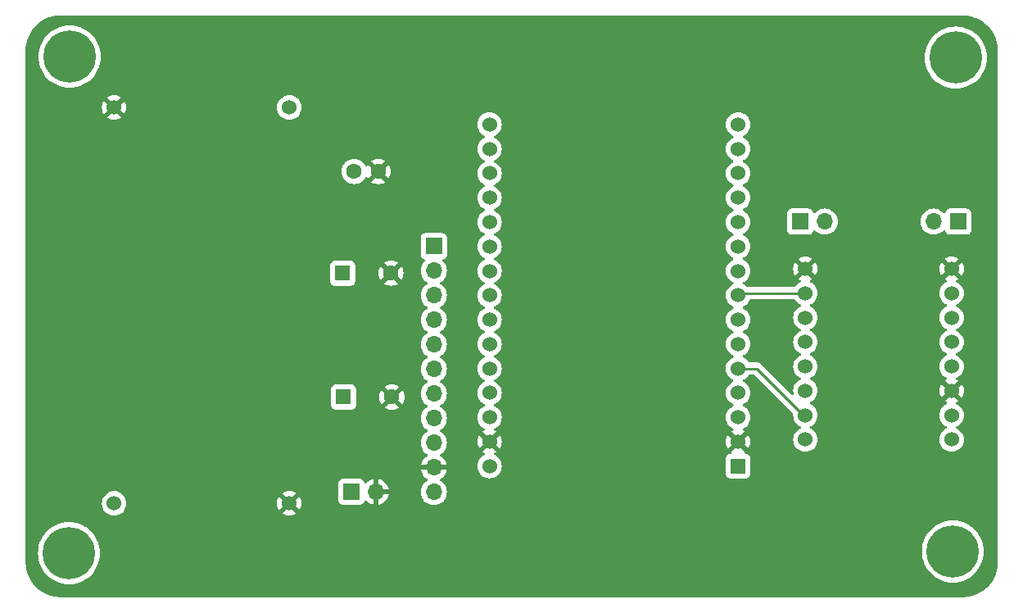
<source format=gbl>
G04 #@! TF.GenerationSoftware,KiCad,Pcbnew,7.0.7*
G04 #@! TF.CreationDate,2024-05-28T19:52:44+02:00*
G04 #@! TF.ProjectId,linefollower_pcb,6c696e65-666f-46c6-9c6f-7765725f7063,rev?*
G04 #@! TF.SameCoordinates,Original*
G04 #@! TF.FileFunction,Copper,L2,Bot*
G04 #@! TF.FilePolarity,Positive*
%FSLAX46Y46*%
G04 Gerber Fmt 4.6, Leading zero omitted, Abs format (unit mm)*
G04 Created by KiCad (PCBNEW 7.0.7) date 2024-05-28 19:52:44*
%MOMM*%
%LPD*%
G01*
G04 APERTURE LIST*
G04 #@! TA.AperFunction,ComponentPad*
%ADD10R,1.700000X1.700000*%
G04 #@! TD*
G04 #@! TA.AperFunction,ComponentPad*
%ADD11O,1.700000X1.700000*%
G04 #@! TD*
G04 #@! TA.AperFunction,ComponentPad*
%ADD12C,0.800000*%
G04 #@! TD*
G04 #@! TA.AperFunction,ComponentPad*
%ADD13C,5.400000*%
G04 #@! TD*
G04 #@! TA.AperFunction,ComponentPad*
%ADD14R,1.600000X1.600000*%
G04 #@! TD*
G04 #@! TA.AperFunction,ComponentPad*
%ADD15C,1.600000*%
G04 #@! TD*
G04 #@! TA.AperFunction,ComponentPad*
%ADD16C,1.524000*%
G04 #@! TD*
G04 #@! TA.AperFunction,ComponentPad*
%ADD17R,1.530000X1.530000*%
G04 #@! TD*
G04 #@! TA.AperFunction,ComponentPad*
%ADD18C,1.530000*%
G04 #@! TD*
G04 #@! TA.AperFunction,ViaPad*
%ADD19C,0.800000*%
G04 #@! TD*
G04 #@! TA.AperFunction,Conductor*
%ADD20C,0.250000*%
G04 #@! TD*
G04 APERTURE END LIST*
D10*
X105300000Y-89640000D03*
D11*
X105300000Y-92180000D03*
X105300000Y-94720000D03*
X105300000Y-97260000D03*
X105300000Y-99800000D03*
X105300000Y-102340000D03*
X105300000Y-104880000D03*
X105300000Y-107420000D03*
X105300000Y-109960000D03*
X105300000Y-112500000D03*
X105300000Y-115040000D03*
D12*
X65625000Y-70050000D03*
X66218109Y-68618109D03*
X66218109Y-71481891D03*
X67650000Y-68025000D03*
D13*
X67650000Y-70050000D03*
D12*
X67650000Y-72075000D03*
X69081891Y-68618109D03*
X69081891Y-71481891D03*
X69675000Y-70050000D03*
D14*
X95957349Y-105215000D03*
D15*
X100957349Y-105215000D03*
D16*
X158820000Y-102060000D03*
X158820000Y-91980000D03*
X158820000Y-99540000D03*
X158820000Y-97020000D03*
X158820000Y-104580000D03*
X158820000Y-94500000D03*
X143700000Y-94500000D03*
X143700000Y-97020000D03*
X143700000Y-99540000D03*
X143700000Y-91980000D03*
X143700000Y-102060000D03*
X158820000Y-107100000D03*
X143700000Y-104580000D03*
X143700000Y-107100000D03*
X143700000Y-109620000D03*
X158820000Y-109620000D03*
D10*
X143160000Y-87100000D03*
D11*
X145700000Y-87100000D03*
D14*
X95860000Y-92415000D03*
D15*
X100860000Y-92415000D03*
D17*
X136750000Y-112350000D03*
D18*
X111050000Y-77070000D03*
X111050000Y-79590000D03*
X111050000Y-82110000D03*
X111050000Y-84630000D03*
X111050000Y-87150000D03*
X111050000Y-89670000D03*
X111050000Y-92190000D03*
X111050000Y-94710000D03*
X111050000Y-97230000D03*
X111050000Y-99750000D03*
X111050000Y-102270000D03*
X111050000Y-104790000D03*
X111050000Y-109830000D03*
X111050000Y-107310000D03*
X111050000Y-112350000D03*
X136750000Y-107310000D03*
X136750000Y-104790000D03*
X136750000Y-102270000D03*
X136750000Y-94710000D03*
X136750000Y-92190000D03*
X136750000Y-89670000D03*
X136750000Y-109830000D03*
X136750000Y-87150000D03*
X136750000Y-99750000D03*
X136750000Y-97230000D03*
X136750000Y-79590000D03*
X136750000Y-77070000D03*
X136750000Y-82110000D03*
X136750000Y-84630000D03*
D16*
X90350000Y-116200000D03*
X72250000Y-116200000D03*
X90350000Y-75300000D03*
X72250000Y-75300000D03*
D15*
X97060000Y-81915000D03*
X99560000Y-81915000D03*
D12*
X157225000Y-70150000D03*
X157818109Y-68718109D03*
X157818109Y-71581891D03*
X159250000Y-68125000D03*
D13*
X159250000Y-70150000D03*
D12*
X159250000Y-72175000D03*
X160681891Y-68718109D03*
X160681891Y-71581891D03*
X161275000Y-70150000D03*
X156925000Y-121175000D03*
X157518109Y-119743109D03*
X157518109Y-122606891D03*
X158950000Y-119150000D03*
D13*
X158950000Y-121175000D03*
D12*
X158950000Y-123200000D03*
X160381891Y-119743109D03*
X160381891Y-122606891D03*
X160975000Y-121175000D03*
X65550000Y-121350000D03*
X66143109Y-119918109D03*
X66143109Y-122781891D03*
X67575000Y-119325000D03*
D13*
X67575000Y-121350000D03*
D12*
X67575000Y-123375000D03*
X69006891Y-119918109D03*
X69006891Y-122781891D03*
X69600000Y-121350000D03*
D10*
X159500000Y-87100000D03*
D11*
X156960000Y-87100000D03*
D10*
X96785000Y-115015000D03*
D11*
X99325000Y-115015000D03*
D19*
X154250000Y-84100000D03*
X108200000Y-95900000D03*
X147050000Y-108800000D03*
X138850000Y-93100000D03*
X155750000Y-108900000D03*
X142050000Y-84450000D03*
X108100000Y-91100000D03*
X108100000Y-103650000D03*
X140100000Y-106650000D03*
X108050000Y-100900000D03*
X93550000Y-113600000D03*
X133750000Y-78000000D03*
X108300000Y-112200000D03*
X142200000Y-103500000D03*
X77750000Y-85650000D03*
X151600000Y-98800000D03*
X118500000Y-114850000D03*
X108050000Y-93400000D03*
X152050000Y-70050000D03*
X139000000Y-97750000D03*
X140400000Y-70050000D03*
X128250000Y-124450000D03*
X98250000Y-85100000D03*
X147150000Y-93600000D03*
X122050000Y-78100000D03*
X101500000Y-124450000D03*
X94000000Y-99400000D03*
X78750000Y-113250000D03*
X78900000Y-69900000D03*
X113200000Y-69800000D03*
X114850000Y-99500000D03*
X142000000Y-124550000D03*
X86650000Y-124450000D03*
X141450000Y-114400000D03*
X128400000Y-70250000D03*
X115600000Y-85100000D03*
X66650000Y-77800000D03*
X151500000Y-114100000D03*
X108200000Y-98450000D03*
X141700000Y-95950000D03*
X148350000Y-77700000D03*
X161550000Y-78100000D03*
X78200000Y-99950000D03*
X87150000Y-92400000D03*
X108150000Y-106100000D03*
X140600000Y-101250000D03*
X85950000Y-77700000D03*
X129350000Y-85200000D03*
X87250000Y-108000000D03*
X68150000Y-92400000D03*
X114300000Y-107250000D03*
X153000000Y-124800000D03*
X97150000Y-69800000D03*
X105800000Y-77350000D03*
X114800000Y-124450000D03*
X154600000Y-92850000D03*
X123250000Y-108700000D03*
X129100000Y-98350000D03*
X122150000Y-92650000D03*
X131850000Y-114550000D03*
X67800000Y-107600000D03*
X101000000Y-109750000D03*
D20*
X143700000Y-107100000D02*
X143500000Y-107100000D01*
X138670000Y-102270000D02*
X136750000Y-102270000D01*
X143500000Y-107100000D02*
X138670000Y-102270000D01*
X136897000Y-94500000D02*
X136708500Y-94688500D01*
X143700000Y-94500000D02*
X136897000Y-94500000D01*
G04 #@! TA.AperFunction,Conductor*
G36*
X142599239Y-95145185D02*
G01*
X142633775Y-95178376D01*
X142729174Y-95314620D01*
X142729175Y-95314621D01*
X142885378Y-95470824D01*
X142885384Y-95470829D01*
X143066333Y-95597531D01*
X143066335Y-95597532D01*
X143066338Y-95597534D01*
X143173744Y-95647618D01*
X143226183Y-95693790D01*
X143245335Y-95760984D01*
X143225119Y-95827865D01*
X143173744Y-95872382D01*
X143066340Y-95922465D01*
X143066338Y-95922466D01*
X142885377Y-96049175D01*
X142729175Y-96205377D01*
X142602466Y-96386338D01*
X142602465Y-96386340D01*
X142509107Y-96586548D01*
X142509104Y-96586554D01*
X142451930Y-96799929D01*
X142451929Y-96799937D01*
X142432677Y-97019997D01*
X142432677Y-97020002D01*
X142451929Y-97240062D01*
X142451930Y-97240070D01*
X142509104Y-97453445D01*
X142509105Y-97453447D01*
X142509106Y-97453450D01*
X142528674Y-97495413D01*
X142602466Y-97653662D01*
X142602468Y-97653666D01*
X142729170Y-97834615D01*
X142729175Y-97834621D01*
X142885378Y-97990824D01*
X142885384Y-97990829D01*
X143066333Y-98117531D01*
X143066335Y-98117532D01*
X143066338Y-98117534D01*
X143173744Y-98167618D01*
X143226183Y-98213790D01*
X143245335Y-98280984D01*
X143225119Y-98347865D01*
X143173744Y-98392382D01*
X143066340Y-98442465D01*
X143066338Y-98442466D01*
X142885377Y-98569175D01*
X142729175Y-98725377D01*
X142602466Y-98906338D01*
X142602465Y-98906340D01*
X142509107Y-99106548D01*
X142509104Y-99106554D01*
X142451930Y-99319929D01*
X142451929Y-99319937D01*
X142432677Y-99539997D01*
X142432677Y-99540002D01*
X142451929Y-99760062D01*
X142451930Y-99760070D01*
X142509104Y-99973445D01*
X142509105Y-99973447D01*
X142509106Y-99973450D01*
X142538000Y-100035413D01*
X142602466Y-100173662D01*
X142602468Y-100173666D01*
X142729170Y-100354615D01*
X142729175Y-100354621D01*
X142885378Y-100510824D01*
X142885384Y-100510829D01*
X143066333Y-100637531D01*
X143066335Y-100637532D01*
X143066338Y-100637534D01*
X143173744Y-100687618D01*
X143226183Y-100733790D01*
X143245335Y-100800984D01*
X143225119Y-100867865D01*
X143173744Y-100912382D01*
X143066340Y-100962465D01*
X143066338Y-100962466D01*
X142885377Y-101089175D01*
X142729175Y-101245377D01*
X142602466Y-101426338D01*
X142602465Y-101426340D01*
X142509107Y-101626548D01*
X142509104Y-101626554D01*
X142451930Y-101839929D01*
X142451929Y-101839937D01*
X142432677Y-102059997D01*
X142432677Y-102060002D01*
X142451929Y-102280062D01*
X142451930Y-102280070D01*
X142509104Y-102493445D01*
X142509105Y-102493447D01*
X142509106Y-102493450D01*
X142547326Y-102575413D01*
X142602466Y-102693662D01*
X142602468Y-102693666D01*
X142729170Y-102874615D01*
X142729175Y-102874621D01*
X142885378Y-103030824D01*
X142885384Y-103030829D01*
X143066333Y-103157531D01*
X143066335Y-103157532D01*
X143066338Y-103157534D01*
X143173744Y-103207618D01*
X143226183Y-103253790D01*
X143245335Y-103320984D01*
X143225119Y-103387865D01*
X143173744Y-103432382D01*
X143066340Y-103482465D01*
X143066338Y-103482466D01*
X142885377Y-103609175D01*
X142729175Y-103765377D01*
X142602466Y-103946338D01*
X142602465Y-103946340D01*
X142509107Y-104146548D01*
X142509104Y-104146554D01*
X142451930Y-104359929D01*
X142451929Y-104359937D01*
X142432677Y-104579997D01*
X142432677Y-104580002D01*
X142451929Y-104800062D01*
X142451931Y-104800073D01*
X142466586Y-104854765D01*
X142464923Y-104924615D01*
X142425760Y-104982477D01*
X142361532Y-105009981D01*
X142292630Y-104998394D01*
X142259130Y-104974539D01*
X139170803Y-101886212D01*
X139160980Y-101873950D01*
X139160759Y-101874134D01*
X139155786Y-101868123D01*
X139125771Y-101839937D01*
X139105364Y-101820773D01*
X139094919Y-101810328D01*
X139084475Y-101799883D01*
X139078986Y-101795625D01*
X139074561Y-101791847D01*
X139040582Y-101759938D01*
X139040580Y-101759936D01*
X139040577Y-101759935D01*
X139023029Y-101750288D01*
X139006763Y-101739604D01*
X138990933Y-101727325D01*
X138948168Y-101708818D01*
X138942922Y-101706248D01*
X138902093Y-101683803D01*
X138902092Y-101683802D01*
X138882693Y-101678822D01*
X138864281Y-101672518D01*
X138845898Y-101664562D01*
X138845892Y-101664560D01*
X138799874Y-101657272D01*
X138794152Y-101656087D01*
X138749021Y-101644500D01*
X138749019Y-101644500D01*
X138728984Y-101644500D01*
X138709586Y-101642973D01*
X138702162Y-101641797D01*
X138689805Y-101639840D01*
X138689804Y-101639840D01*
X138643416Y-101644225D01*
X138637578Y-101644500D01*
X137921461Y-101644500D01*
X137854422Y-101624815D01*
X137819887Y-101591625D01*
X137723132Y-101453445D01*
X137566555Y-101296868D01*
X137385167Y-101169858D01*
X137376818Y-101165965D01*
X137283353Y-101122382D01*
X137230913Y-101076210D01*
X137211761Y-101009017D01*
X137231976Y-100942136D01*
X137283353Y-100897618D01*
X137385167Y-100850142D01*
X137566555Y-100723132D01*
X137723132Y-100566555D01*
X137850142Y-100385167D01*
X137943723Y-100184480D01*
X138001035Y-99970591D01*
X138020334Y-99750000D01*
X138001035Y-99529409D01*
X137943723Y-99315520D01*
X137850142Y-99114833D01*
X137723132Y-98933445D01*
X137566555Y-98776868D01*
X137385167Y-98649858D01*
X137283352Y-98602381D01*
X137230913Y-98556210D01*
X137211761Y-98489017D01*
X137231976Y-98422136D01*
X137283353Y-98377618D01*
X137385167Y-98330142D01*
X137566555Y-98203132D01*
X137723132Y-98046555D01*
X137850142Y-97865167D01*
X137943723Y-97664480D01*
X138001035Y-97450591D01*
X138020334Y-97230000D01*
X138001035Y-97009409D01*
X137943723Y-96795520D01*
X137850142Y-96594833D01*
X137723132Y-96413445D01*
X137566555Y-96256868D01*
X137385167Y-96129858D01*
X137283352Y-96082381D01*
X137230913Y-96036210D01*
X137211761Y-95969017D01*
X137231976Y-95902136D01*
X137283353Y-95857618D01*
X137385167Y-95810142D01*
X137566555Y-95683132D01*
X137723132Y-95526555D01*
X137850142Y-95345167D01*
X137919187Y-95197096D01*
X137965360Y-95144656D01*
X138031570Y-95125500D01*
X142532200Y-95125500D01*
X142599239Y-95145185D01*
G37*
G04 #@! TD.AperFunction*
G04 #@! TA.AperFunction,Conductor*
G36*
X159948141Y-65800496D02*
G01*
X159948154Y-65800500D01*
X159998471Y-65800500D01*
X160001513Y-65800575D01*
X160091261Y-65804983D01*
X160152484Y-65807991D01*
X160356750Y-65818696D01*
X160362536Y-65819275D01*
X160535178Y-65844883D01*
X160717787Y-65873807D01*
X160723094Y-65874889D01*
X160896244Y-65918261D01*
X161071342Y-65965179D01*
X161076119Y-65966670D01*
X161245918Y-66027426D01*
X161413761Y-66091854D01*
X161418034Y-66093682D01*
X161581990Y-66171226D01*
X161741621Y-66252564D01*
X161745327Y-66254614D01*
X161901453Y-66348193D01*
X162051516Y-66445645D01*
X162054643Y-66447818D01*
X162201214Y-66556523D01*
X162261991Y-66605738D01*
X162340243Y-66669105D01*
X162342811Y-66671306D01*
X162477155Y-66793068D01*
X162479349Y-66795158D01*
X162604840Y-66920649D01*
X162606933Y-66922847D01*
X162728687Y-67057182D01*
X162730899Y-67059763D01*
X162775672Y-67115053D01*
X162843476Y-67198785D01*
X162952180Y-67345355D01*
X162954379Y-67348521D01*
X163051811Y-67498554D01*
X163145371Y-67654649D01*
X163147434Y-67658376D01*
X163228776Y-67818016D01*
X163306312Y-67981954D01*
X163308147Y-67986245D01*
X163372573Y-68154081D01*
X163402372Y-68237362D01*
X163433318Y-68323850D01*
X163434826Y-68328679D01*
X163481741Y-68503766D01*
X163525102Y-68676873D01*
X163526197Y-68682242D01*
X163555128Y-68864904D01*
X163580719Y-69037425D01*
X163581305Y-69043281D01*
X163592009Y-69247531D01*
X163599425Y-69398487D01*
X163599500Y-69401530D01*
X163599500Y-122298469D01*
X163599425Y-122301512D01*
X163592009Y-122452468D01*
X163581305Y-122656717D01*
X163580719Y-122662573D01*
X163555128Y-122835095D01*
X163526197Y-123017756D01*
X163525102Y-123023125D01*
X163481741Y-123196233D01*
X163434826Y-123371319D01*
X163433314Y-123376162D01*
X163372573Y-123545918D01*
X163308147Y-123713753D01*
X163306312Y-123718044D01*
X163228776Y-123881983D01*
X163147434Y-124041622D01*
X163145371Y-124045349D01*
X163051811Y-124201445D01*
X162954379Y-124351477D01*
X162952180Y-124354643D01*
X162843476Y-124501214D01*
X162730911Y-124640221D01*
X162728666Y-124642841D01*
X162606939Y-124777145D01*
X162604840Y-124779349D01*
X162479349Y-124904840D01*
X162477145Y-124906939D01*
X162342841Y-125028666D01*
X162340221Y-125030911D01*
X162201214Y-125143476D01*
X162054643Y-125252180D01*
X162051477Y-125254379D01*
X161901445Y-125351811D01*
X161745349Y-125445371D01*
X161741622Y-125447434D01*
X161581983Y-125528776D01*
X161418044Y-125606312D01*
X161413753Y-125608147D01*
X161245918Y-125672573D01*
X161076162Y-125733314D01*
X161071319Y-125734826D01*
X160896233Y-125781741D01*
X160723125Y-125825102D01*
X160717756Y-125826197D01*
X160535095Y-125855128D01*
X160362573Y-125880719D01*
X160356717Y-125881305D01*
X160152468Y-125892009D01*
X160001513Y-125899425D01*
X159998470Y-125899500D01*
X66701530Y-125899500D01*
X66698487Y-125899425D01*
X66547531Y-125892009D01*
X66343281Y-125881305D01*
X66337425Y-125880719D01*
X66164904Y-125855128D01*
X65982242Y-125826197D01*
X65976873Y-125825102D01*
X65803766Y-125781741D01*
X65628679Y-125734826D01*
X65623850Y-125733318D01*
X65537362Y-125702372D01*
X65454081Y-125672573D01*
X65286245Y-125608147D01*
X65281954Y-125606312D01*
X65118016Y-125528776D01*
X64958376Y-125447434D01*
X64954649Y-125445371D01*
X64798554Y-125351811D01*
X64648521Y-125254379D01*
X64645355Y-125252180D01*
X64498785Y-125143476D01*
X64415053Y-125075672D01*
X64359763Y-125030899D01*
X64357182Y-125028687D01*
X64222847Y-124906933D01*
X64220649Y-124904840D01*
X64095158Y-124779349D01*
X64093059Y-124777145D01*
X63971306Y-124642811D01*
X63969105Y-124640243D01*
X63884195Y-124535387D01*
X63856523Y-124501214D01*
X63747818Y-124354643D01*
X63745645Y-124351516D01*
X63648187Y-124201444D01*
X63554614Y-124045327D01*
X63552564Y-124041621D01*
X63471223Y-123881983D01*
X63393686Y-123718044D01*
X63391851Y-123713753D01*
X63327426Y-123545918D01*
X63316161Y-123514435D01*
X63266670Y-123376119D01*
X63265179Y-123371342D01*
X63218259Y-123196233D01*
X63174889Y-123023094D01*
X63173807Y-123017787D01*
X63144883Y-122835178D01*
X63119275Y-122662536D01*
X63118696Y-122656750D01*
X63107990Y-122452468D01*
X63100573Y-122301501D01*
X63100499Y-122298511D01*
X63100420Y-121349999D01*
X64369457Y-121349999D01*
X64389612Y-121708902D01*
X64389614Y-121708914D01*
X64449826Y-122063296D01*
X64449828Y-122063305D01*
X64518454Y-122301512D01*
X64549341Y-122408724D01*
X64577573Y-122476881D01*
X64686905Y-122740831D01*
X64860790Y-123055454D01*
X64960679Y-123196233D01*
X65068806Y-123348623D01*
X65308339Y-123616661D01*
X65421787Y-123718044D01*
X65576377Y-123856194D01*
X65842964Y-124045349D01*
X65869548Y-124064211D01*
X66184167Y-124238094D01*
X66516276Y-124375659D01*
X66861700Y-124475173D01*
X67216093Y-124535387D01*
X67575000Y-124555543D01*
X67933907Y-124535387D01*
X68288300Y-124475173D01*
X68633724Y-124375659D01*
X68965833Y-124238094D01*
X69280452Y-124064211D01*
X69573623Y-123856194D01*
X69841661Y-123616661D01*
X70081194Y-123348623D01*
X70289211Y-123055452D01*
X70463094Y-122740833D01*
X70600659Y-122408724D01*
X70700173Y-122063300D01*
X70760387Y-121708907D01*
X70780543Y-121350000D01*
X70770715Y-121174999D01*
X155744457Y-121174999D01*
X155764612Y-121533902D01*
X155764614Y-121533914D01*
X155824826Y-121888296D01*
X155824828Y-121888305D01*
X155924339Y-122233718D01*
X155924341Y-122233724D01*
X155996829Y-122408724D01*
X156061905Y-122565831D01*
X156235790Y-122880454D01*
X156359960Y-123055454D01*
X156443806Y-123173623D01*
X156683339Y-123441661D01*
X156951377Y-123681194D01*
X157244548Y-123889211D01*
X157559167Y-124063094D01*
X157891276Y-124200659D01*
X158236700Y-124300173D01*
X158591093Y-124360387D01*
X158950000Y-124380543D01*
X159308907Y-124360387D01*
X159663300Y-124300173D01*
X160008724Y-124200659D01*
X160340833Y-124063094D01*
X160655452Y-123889211D01*
X160948623Y-123681194D01*
X161216661Y-123441661D01*
X161456194Y-123173623D01*
X161664211Y-122880452D01*
X161838094Y-122565833D01*
X161975659Y-122233724D01*
X162075173Y-121888300D01*
X162135387Y-121533907D01*
X162155543Y-121175000D01*
X162135387Y-120816093D01*
X162075173Y-120461700D01*
X161975659Y-120116276D01*
X161838094Y-119784167D01*
X161664211Y-119469548D01*
X161456194Y-119176377D01*
X161216661Y-118908339D01*
X160948623Y-118668806D01*
X160902092Y-118635790D01*
X160655454Y-118460790D01*
X160340831Y-118286905D01*
X160190962Y-118224827D01*
X160008724Y-118149341D01*
X160008720Y-118149339D01*
X160008718Y-118149339D01*
X159663305Y-118049828D01*
X159663296Y-118049826D01*
X159308914Y-117989614D01*
X159308902Y-117989612D01*
X158975994Y-117970916D01*
X158950000Y-117969457D01*
X158949999Y-117969457D01*
X158591097Y-117989612D01*
X158591085Y-117989614D01*
X158236703Y-118049826D01*
X158236694Y-118049828D01*
X157891281Y-118149339D01*
X157559168Y-118286905D01*
X157244545Y-118460790D01*
X156951377Y-118668805D01*
X156683339Y-118908339D01*
X156443805Y-119176377D01*
X156235790Y-119469545D01*
X156061905Y-119784168D01*
X155924339Y-120116281D01*
X155824828Y-120461694D01*
X155824826Y-120461703D01*
X155764614Y-120816085D01*
X155764612Y-120816097D01*
X155744457Y-121174999D01*
X70770715Y-121174999D01*
X70760387Y-120991093D01*
X70700173Y-120636700D01*
X70600659Y-120291276D01*
X70463094Y-119959167D01*
X70289211Y-119644548D01*
X70081194Y-119351377D01*
X69841661Y-119083339D01*
X69573623Y-118843806D01*
X69326985Y-118668806D01*
X69280454Y-118635790D01*
X68965831Y-118461905D01*
X68879086Y-118425974D01*
X68633724Y-118324341D01*
X68633720Y-118324339D01*
X68633718Y-118324339D01*
X68288305Y-118224828D01*
X68288296Y-118224826D01*
X67933914Y-118164614D01*
X67933902Y-118164612D01*
X67575000Y-118144457D01*
X67216097Y-118164612D01*
X67216085Y-118164614D01*
X66861703Y-118224826D01*
X66861694Y-118224828D01*
X66516281Y-118324339D01*
X66184168Y-118461905D01*
X65869545Y-118635790D01*
X65576377Y-118843805D01*
X65308339Y-119083339D01*
X65068805Y-119351377D01*
X64860790Y-119644545D01*
X64686905Y-119959168D01*
X64549339Y-120291281D01*
X64449828Y-120636694D01*
X64449826Y-120636703D01*
X64389614Y-120991085D01*
X64389612Y-120991097D01*
X64369457Y-121349999D01*
X63100420Y-121349999D01*
X63099990Y-116200002D01*
X70982677Y-116200002D01*
X71001929Y-116420062D01*
X71001930Y-116420070D01*
X71059104Y-116633445D01*
X71059105Y-116633447D01*
X71059106Y-116633450D01*
X71100784Y-116722829D01*
X71152466Y-116833662D01*
X71152468Y-116833666D01*
X71279170Y-117014615D01*
X71279175Y-117014621D01*
X71435378Y-117170824D01*
X71435384Y-117170829D01*
X71616333Y-117297531D01*
X71616335Y-117297532D01*
X71616338Y-117297534D01*
X71816550Y-117390894D01*
X72029932Y-117448070D01*
X72187123Y-117461822D01*
X72249998Y-117467323D01*
X72250000Y-117467323D01*
X72250002Y-117467323D01*
X72305016Y-117462509D01*
X72470068Y-117448070D01*
X72683450Y-117390894D01*
X72883662Y-117297534D01*
X73064620Y-117170826D01*
X73220826Y-117014620D01*
X73347534Y-116833662D01*
X73440894Y-116633450D01*
X73498070Y-116420068D01*
X73514532Y-116231898D01*
X73517323Y-116200002D01*
X73517323Y-116200000D01*
X89083179Y-116200000D01*
X89102424Y-116419976D01*
X89102426Y-116419986D01*
X89159575Y-116633270D01*
X89159580Y-116633284D01*
X89252899Y-116833407D01*
X89252900Y-116833409D01*
X89298258Y-116898187D01*
X89827050Y-116369395D01*
X89888373Y-116335910D01*
X89958064Y-116340894D01*
X90013998Y-116382765D01*
X90018539Y-116389254D01*
X90065813Y-116461612D01*
X90166157Y-116539713D01*
X90166160Y-116539714D01*
X90166511Y-116539987D01*
X90207324Y-116596697D01*
X90210999Y-116666470D01*
X90178030Y-116725522D01*
X89651811Y-117251741D01*
X89716582Y-117297094D01*
X89716592Y-117297100D01*
X89916715Y-117390419D01*
X89916729Y-117390424D01*
X90130013Y-117447573D01*
X90130023Y-117447575D01*
X90349999Y-117466821D01*
X90350001Y-117466821D01*
X90569976Y-117447575D01*
X90569986Y-117447573D01*
X90783270Y-117390424D01*
X90783284Y-117390419D01*
X90983408Y-117297100D01*
X90983420Y-117297093D01*
X91048186Y-117251742D01*
X91048187Y-117251740D01*
X90519276Y-116722829D01*
X90485791Y-116661506D01*
X90490775Y-116591814D01*
X90532647Y-116535881D01*
X90547933Y-116526097D01*
X90587251Y-116504820D01*
X90673371Y-116411269D01*
X90674083Y-116409643D01*
X90675652Y-116407777D01*
X90678992Y-116402666D01*
X90679609Y-116403069D01*
X90719036Y-116356158D01*
X90785770Y-116335464D01*
X90853099Y-116354135D01*
X90875322Y-116371769D01*
X91401740Y-116898187D01*
X91401742Y-116898186D01*
X91447093Y-116833420D01*
X91447100Y-116833408D01*
X91540419Y-116633284D01*
X91540424Y-116633270D01*
X91597573Y-116419986D01*
X91597575Y-116419976D01*
X91616821Y-116200000D01*
X91616821Y-116199999D01*
X91597575Y-115980023D01*
X91597573Y-115980013D01*
X91579582Y-115912870D01*
X95434500Y-115912870D01*
X95434501Y-115912876D01*
X95440908Y-115972483D01*
X95491202Y-116107328D01*
X95491206Y-116107335D01*
X95577452Y-116222544D01*
X95577455Y-116222547D01*
X95692664Y-116308793D01*
X95692671Y-116308797D01*
X95827517Y-116359091D01*
X95827516Y-116359091D01*
X95834444Y-116359835D01*
X95887127Y-116365500D01*
X97682872Y-116365499D01*
X97742483Y-116359091D01*
X97877331Y-116308796D01*
X97992546Y-116222546D01*
X98078796Y-116107331D01*
X98079600Y-116105177D01*
X98123031Y-115988731D01*
X98128002Y-115975401D01*
X98169872Y-115919468D01*
X98235337Y-115895050D01*
X98303610Y-115909901D01*
X98331865Y-115931053D01*
X98453917Y-116053105D01*
X98647421Y-116188600D01*
X98861507Y-116288429D01*
X98861516Y-116288433D01*
X99074998Y-116345635D01*
X99074999Y-116345634D01*
X99074999Y-115627301D01*
X99094684Y-115560262D01*
X99147488Y-115514507D01*
X99216646Y-115504563D01*
X99223380Y-115505531D01*
X99289237Y-115515000D01*
X99289238Y-115515000D01*
X99360762Y-115515000D01*
X99360763Y-115515000D01*
X99433353Y-115504563D01*
X99502512Y-115514507D01*
X99555315Y-115560262D01*
X99575000Y-115627301D01*
X99575000Y-116345633D01*
X99788483Y-116288433D01*
X99788492Y-116288429D01*
X100002578Y-116188600D01*
X100196082Y-116053105D01*
X100363105Y-115886082D01*
X100498600Y-115692578D01*
X100598429Y-115478492D01*
X100598432Y-115478486D01*
X100655636Y-115265000D01*
X99938347Y-115265000D01*
X99871308Y-115245315D01*
X99825553Y-115192511D01*
X99815609Y-115123353D01*
X99819369Y-115106067D01*
X99825000Y-115086888D01*
X99825000Y-115040000D01*
X103944341Y-115040000D01*
X103964936Y-115275403D01*
X103964938Y-115275413D01*
X104026094Y-115503655D01*
X104026096Y-115503659D01*
X104026097Y-115503663D01*
X104083751Y-115627301D01*
X104125965Y-115717830D01*
X104125967Y-115717834D01*
X104228397Y-115864118D01*
X104261505Y-115911401D01*
X104428599Y-116078495D01*
X104466705Y-116105177D01*
X104622165Y-116214032D01*
X104622167Y-116214033D01*
X104622170Y-116214035D01*
X104836337Y-116313903D01*
X105064592Y-116375063D01*
X105226804Y-116389255D01*
X105299999Y-116395659D01*
X105300000Y-116395659D01*
X105300001Y-116395659D01*
X105373196Y-116389255D01*
X105535408Y-116375063D01*
X105763663Y-116313903D01*
X105977830Y-116214035D01*
X106171401Y-116078495D01*
X106338495Y-115911401D01*
X106474035Y-115717830D01*
X106573903Y-115503663D01*
X106635063Y-115275408D01*
X106655659Y-115040000D01*
X106635063Y-114804592D01*
X106573903Y-114576337D01*
X106474035Y-114362171D01*
X106456705Y-114337420D01*
X106338494Y-114168597D01*
X106171402Y-114001506D01*
X106171401Y-114001505D01*
X105985405Y-113871269D01*
X105941781Y-113816692D01*
X105934588Y-113747193D01*
X105966110Y-113684839D01*
X105985405Y-113668119D01*
X106171082Y-113538105D01*
X106338105Y-113371082D01*
X106473600Y-113177578D01*
X106573429Y-112963492D01*
X106573432Y-112963486D01*
X106630636Y-112750000D01*
X105913347Y-112750000D01*
X105846308Y-112730315D01*
X105800553Y-112677511D01*
X105790609Y-112608353D01*
X105794369Y-112591067D01*
X105800000Y-112571888D01*
X105800000Y-112428111D01*
X105794369Y-112408933D01*
X105794370Y-112350001D01*
X109779666Y-112350001D01*
X109798964Y-112570585D01*
X109798965Y-112570592D01*
X109856275Y-112784475D01*
X109856279Y-112784486D01*
X109939748Y-112963486D01*
X109949858Y-112985167D01*
X110076868Y-113166555D01*
X110233445Y-113323132D01*
X110414833Y-113450142D01*
X110535572Y-113506443D01*
X110615513Y-113543720D01*
X110615515Y-113543720D01*
X110615520Y-113543723D01*
X110829409Y-113601035D01*
X110986973Y-113614820D01*
X111049998Y-113620334D01*
X111050000Y-113620334D01*
X111050002Y-113620334D01*
X111105276Y-113615498D01*
X111270591Y-113601035D01*
X111484480Y-113543723D01*
X111685167Y-113450142D01*
X111866555Y-113323132D01*
X112023132Y-113166555D01*
X112150142Y-112985167D01*
X112243723Y-112784480D01*
X112301035Y-112570591D01*
X112320334Y-112350000D01*
X112301035Y-112129409D01*
X112243723Y-111915520D01*
X112150142Y-111714833D01*
X112023132Y-111533445D01*
X111866555Y-111376868D01*
X111685167Y-111249858D01*
X111650951Y-111233903D01*
X111582762Y-111202106D01*
X111530322Y-111155934D01*
X111511170Y-111088741D01*
X111531385Y-111021859D01*
X111582762Y-110977342D01*
X111684912Y-110929708D01*
X111684914Y-110929707D01*
X111750342Y-110883894D01*
X111316302Y-110449854D01*
X111282817Y-110388531D01*
X111287801Y-110318839D01*
X111322780Y-110268460D01*
X111328559Y-110263452D01*
X111328562Y-110263451D01*
X111439395Y-110167413D01*
X111474187Y-110113274D01*
X111526990Y-110067519D01*
X111596149Y-110057575D01*
X111659705Y-110086599D01*
X111666184Y-110092632D01*
X112103894Y-110530342D01*
X112149706Y-110464915D01*
X112243250Y-110264309D01*
X112243254Y-110264300D01*
X112300538Y-110050509D01*
X112300540Y-110050499D01*
X112319832Y-109830000D01*
X112319832Y-109829999D01*
X112300540Y-109609500D01*
X112300538Y-109609490D01*
X112243254Y-109395699D01*
X112243250Y-109395690D01*
X112149707Y-109195085D01*
X112149706Y-109195083D01*
X112103894Y-109129657D01*
X112103894Y-109129656D01*
X111666184Y-109567367D01*
X111604861Y-109600852D01*
X111535169Y-109595868D01*
X111479236Y-109553996D01*
X111474192Y-109546732D01*
X111439395Y-109492587D01*
X111439392Y-109492584D01*
X111322779Y-109391537D01*
X111285005Y-109332759D01*
X111285005Y-109262889D01*
X111316301Y-109210144D01*
X111750342Y-108776104D01*
X111750341Y-108776103D01*
X111684919Y-108730294D01*
X111582761Y-108682657D01*
X111530322Y-108636484D01*
X111511170Y-108569291D01*
X111531386Y-108502410D01*
X111582759Y-108457894D01*
X111685167Y-108410142D01*
X111866555Y-108283132D01*
X112023132Y-108126555D01*
X112150142Y-107945167D01*
X112243723Y-107744480D01*
X112301035Y-107530591D01*
X112320334Y-107310001D01*
X135479666Y-107310001D01*
X135498964Y-107530585D01*
X135498965Y-107530592D01*
X135556275Y-107744475D01*
X135556279Y-107744486D01*
X135635614Y-107914620D01*
X135649858Y-107945167D01*
X135776868Y-108126555D01*
X135933445Y-108283132D01*
X136114833Y-108410142D01*
X136217240Y-108457894D01*
X136269677Y-108504064D01*
X136288829Y-108571258D01*
X136268614Y-108638139D01*
X136217239Y-108682657D01*
X136115082Y-108730294D01*
X136049657Y-108776104D01*
X136483698Y-109210145D01*
X136517183Y-109271468D01*
X136512199Y-109341160D01*
X136477220Y-109391538D01*
X136360606Y-109492584D01*
X136360603Y-109492588D01*
X136325811Y-109546727D01*
X136273007Y-109592481D01*
X136203849Y-109602425D01*
X136140293Y-109573400D01*
X136133815Y-109567368D01*
X135696104Y-109129657D01*
X135650293Y-109195084D01*
X135556749Y-109395690D01*
X135556745Y-109395699D01*
X135499461Y-109609490D01*
X135499459Y-109609500D01*
X135480168Y-109829999D01*
X135480168Y-109830000D01*
X135499459Y-110050499D01*
X135499461Y-110050509D01*
X135556745Y-110264300D01*
X135556749Y-110264309D01*
X135650295Y-110464919D01*
X135696103Y-110530341D01*
X135696104Y-110530342D01*
X136133814Y-110092631D01*
X136195137Y-110059146D01*
X136264828Y-110064130D01*
X136320762Y-110106001D01*
X136325810Y-110113272D01*
X136360603Y-110167410D01*
X136360603Y-110167411D01*
X136477219Y-110268460D01*
X136514993Y-110327239D01*
X136514993Y-110397108D01*
X136483697Y-110449854D01*
X136049656Y-110883894D01*
X136051586Y-110905948D01*
X136057620Y-110913496D01*
X136064817Y-110982994D01*
X136033298Y-111045350D01*
X135973070Y-111080767D01*
X135942888Y-111084500D01*
X135937136Y-111084500D01*
X135937123Y-111084501D01*
X135877516Y-111090908D01*
X135742671Y-111141202D01*
X135742664Y-111141206D01*
X135627455Y-111227452D01*
X135627452Y-111227455D01*
X135541206Y-111342664D01*
X135541202Y-111342671D01*
X135490908Y-111477517D01*
X135484896Y-111533444D01*
X135484501Y-111537123D01*
X135484500Y-111537135D01*
X135484500Y-113162870D01*
X135484501Y-113162876D01*
X135490908Y-113222483D01*
X135541202Y-113357328D01*
X135541206Y-113357335D01*
X135627452Y-113472544D01*
X135627455Y-113472547D01*
X135742664Y-113558793D01*
X135742671Y-113558797D01*
X135877517Y-113609091D01*
X135877516Y-113609091D01*
X135884444Y-113609835D01*
X135937127Y-113615500D01*
X137562872Y-113615499D01*
X137622483Y-113609091D01*
X137757331Y-113558796D01*
X137872546Y-113472546D01*
X137958796Y-113357331D01*
X138009091Y-113222483D01*
X138015500Y-113162873D01*
X138015499Y-111537128D01*
X138009091Y-111477517D01*
X137971551Y-111376868D01*
X137958797Y-111342671D01*
X137958793Y-111342664D01*
X137872547Y-111227455D01*
X137872544Y-111227452D01*
X137757335Y-111141206D01*
X137757328Y-111141202D01*
X137622482Y-111090908D01*
X137622483Y-111090908D01*
X137562883Y-111084501D01*
X137562881Y-111084500D01*
X137562873Y-111084500D01*
X137562865Y-111084500D01*
X137557126Y-111084500D01*
X137490087Y-111064815D01*
X137444332Y-111012011D01*
X137434388Y-110942853D01*
X137447742Y-110913610D01*
X137450342Y-110883894D01*
X137016302Y-110449854D01*
X136982817Y-110388531D01*
X136987801Y-110318839D01*
X137022780Y-110268460D01*
X137028559Y-110263452D01*
X137028562Y-110263451D01*
X137139395Y-110167413D01*
X137174187Y-110113274D01*
X137226990Y-110067519D01*
X137296149Y-110057575D01*
X137359705Y-110086599D01*
X137366184Y-110092632D01*
X137803894Y-110530342D01*
X137849706Y-110464915D01*
X137943250Y-110264309D01*
X137943254Y-110264300D01*
X138000538Y-110050509D01*
X138000540Y-110050499D01*
X138019832Y-109830000D01*
X138019832Y-109829999D01*
X138000540Y-109609500D01*
X138000538Y-109609490D01*
X137943254Y-109395699D01*
X137943250Y-109395690D01*
X137849707Y-109195085D01*
X137849706Y-109195083D01*
X137803894Y-109129657D01*
X137803894Y-109129656D01*
X137366184Y-109567367D01*
X137304861Y-109600852D01*
X137235169Y-109595868D01*
X137179236Y-109553996D01*
X137174192Y-109546732D01*
X137139395Y-109492587D01*
X137139392Y-109492584D01*
X137022779Y-109391537D01*
X136985005Y-109332759D01*
X136985005Y-109262889D01*
X137016301Y-109210144D01*
X137450342Y-108776104D01*
X137450341Y-108776103D01*
X137384919Y-108730294D01*
X137282761Y-108682657D01*
X137230322Y-108636484D01*
X137211170Y-108569291D01*
X137231386Y-108502410D01*
X137282759Y-108457894D01*
X137385167Y-108410142D01*
X137566555Y-108283132D01*
X137723132Y-108126555D01*
X137850142Y-107945167D01*
X137943723Y-107744480D01*
X138001035Y-107530591D01*
X138020334Y-107310000D01*
X138001035Y-107089409D01*
X137943723Y-106875520D01*
X137850142Y-106674833D01*
X137723132Y-106493445D01*
X137566555Y-106336868D01*
X137385167Y-106209858D01*
X137283352Y-106162381D01*
X137230913Y-106116210D01*
X137211761Y-106049017D01*
X137231976Y-105982136D01*
X137283353Y-105937618D01*
X137385167Y-105890142D01*
X137566555Y-105763132D01*
X137723132Y-105606555D01*
X137850142Y-105425167D01*
X137943723Y-105224480D01*
X138001035Y-105010591D01*
X138020334Y-104790000D01*
X138019692Y-104782666D01*
X138011919Y-104693817D01*
X138001035Y-104569409D01*
X137943723Y-104355520D01*
X137850142Y-104154833D01*
X137723132Y-103973445D01*
X137566555Y-103816868D01*
X137385167Y-103689858D01*
X137283352Y-103642381D01*
X137230913Y-103596210D01*
X137211761Y-103529017D01*
X137231976Y-103462136D01*
X137283353Y-103417618D01*
X137385167Y-103370142D01*
X137566555Y-103243132D01*
X137723132Y-103086555D01*
X137819887Y-102948374D01*
X137874463Y-102904751D01*
X137921461Y-102895500D01*
X138359548Y-102895500D01*
X138426587Y-102915185D01*
X138447229Y-102931819D01*
X142406490Y-106891080D01*
X142439975Y-106952403D01*
X142442337Y-106989567D01*
X142432677Y-107099997D01*
X142432677Y-107100002D01*
X142451929Y-107320062D01*
X142451930Y-107320070D01*
X142509104Y-107533445D01*
X142509105Y-107533447D01*
X142509106Y-107533450D01*
X142565976Y-107655408D01*
X142602466Y-107733662D01*
X142602468Y-107733666D01*
X142729170Y-107914615D01*
X142729175Y-107914621D01*
X142885378Y-108070824D01*
X142885384Y-108070829D01*
X143066333Y-108197531D01*
X143066335Y-108197532D01*
X143066338Y-108197534D01*
X143173744Y-108247618D01*
X143226183Y-108293790D01*
X143245335Y-108360984D01*
X143225119Y-108427865D01*
X143173744Y-108472382D01*
X143066340Y-108522465D01*
X143066338Y-108522466D01*
X142885377Y-108649175D01*
X142729175Y-108805377D01*
X142602466Y-108986338D01*
X142602465Y-108986340D01*
X142509107Y-109186548D01*
X142509104Y-109186554D01*
X142451930Y-109399929D01*
X142451929Y-109399937D01*
X142432677Y-109619997D01*
X142432677Y-109620002D01*
X142451929Y-109840062D01*
X142451930Y-109840070D01*
X142509104Y-110053445D01*
X142509105Y-110053447D01*
X142509106Y-110053450D01*
X142575302Y-110195408D01*
X142602466Y-110253662D01*
X142602468Y-110253666D01*
X142729170Y-110434615D01*
X142729175Y-110434621D01*
X142885378Y-110590824D01*
X142885384Y-110590829D01*
X143066333Y-110717531D01*
X143066335Y-110717532D01*
X143066338Y-110717534D01*
X143266550Y-110810894D01*
X143479932Y-110868070D01*
X143637123Y-110881822D01*
X143699998Y-110887323D01*
X143700000Y-110887323D01*
X143700002Y-110887323D01*
X143755017Y-110882509D01*
X143920068Y-110868070D01*
X144133450Y-110810894D01*
X144333662Y-110717534D01*
X144514620Y-110590826D01*
X144670826Y-110434620D01*
X144797534Y-110253662D01*
X144890894Y-110053450D01*
X144948070Y-109840068D01*
X144967323Y-109620002D01*
X157552677Y-109620002D01*
X157571929Y-109840062D01*
X157571930Y-109840070D01*
X157629104Y-110053445D01*
X157629105Y-110053447D01*
X157629106Y-110053450D01*
X157695302Y-110195408D01*
X157722466Y-110253662D01*
X157722468Y-110253666D01*
X157849170Y-110434615D01*
X157849175Y-110434621D01*
X158005378Y-110590824D01*
X158005384Y-110590829D01*
X158186333Y-110717531D01*
X158186335Y-110717532D01*
X158186338Y-110717534D01*
X158386550Y-110810894D01*
X158599932Y-110868070D01*
X158757123Y-110881822D01*
X158819998Y-110887323D01*
X158820000Y-110887323D01*
X158820002Y-110887323D01*
X158875017Y-110882509D01*
X159040068Y-110868070D01*
X159253450Y-110810894D01*
X159453662Y-110717534D01*
X159634620Y-110590826D01*
X159790826Y-110434620D01*
X159917534Y-110253662D01*
X160010894Y-110053450D01*
X160068070Y-109840068D01*
X160087323Y-109620000D01*
X160086404Y-109609500D01*
X160068070Y-109399937D01*
X160068070Y-109399932D01*
X160010894Y-109186550D01*
X159917534Y-108986339D01*
X159790826Y-108805380D01*
X159634620Y-108649174D01*
X159634616Y-108649171D01*
X159634615Y-108649170D01*
X159453666Y-108522468D01*
X159453658Y-108522464D01*
X159346256Y-108472382D01*
X159293816Y-108426210D01*
X159274664Y-108359017D01*
X159294879Y-108292135D01*
X159346256Y-108247618D01*
X159453662Y-108197534D01*
X159634620Y-108070826D01*
X159790826Y-107914620D01*
X159917534Y-107733662D01*
X160010894Y-107533450D01*
X160068070Y-107320068D01*
X160087323Y-107100000D01*
X160086396Y-107089409D01*
X160068070Y-106879937D01*
X160068070Y-106879932D01*
X160010894Y-106666550D01*
X159917534Y-106466339D01*
X159796880Y-106294026D01*
X159790827Y-106285381D01*
X159715302Y-106209856D01*
X159634620Y-106129174D01*
X159634616Y-106129171D01*
X159634615Y-106129170D01*
X159453666Y-106002468D01*
X159453658Y-106002464D01*
X159345664Y-105952106D01*
X159293224Y-105905934D01*
X159274072Y-105838741D01*
X159294287Y-105771859D01*
X159345664Y-105727341D01*
X159453417Y-105677095D01*
X159453420Y-105677093D01*
X159518186Y-105631742D01*
X159518187Y-105631740D01*
X158989276Y-105102829D01*
X158955791Y-105041506D01*
X158960775Y-104971814D01*
X159002647Y-104915881D01*
X159017933Y-104906097D01*
X159057251Y-104884820D01*
X159143371Y-104791269D01*
X159144083Y-104789643D01*
X159145652Y-104787777D01*
X159148992Y-104782666D01*
X159149609Y-104783069D01*
X159189036Y-104736158D01*
X159255770Y-104715464D01*
X159323099Y-104734135D01*
X159345322Y-104751769D01*
X159871740Y-105278187D01*
X159871742Y-105278186D01*
X159917093Y-105213420D01*
X159917100Y-105213408D01*
X160010419Y-105013284D01*
X160010424Y-105013270D01*
X160067573Y-104799986D01*
X160067575Y-104799976D01*
X160086821Y-104580000D01*
X160086821Y-104579999D01*
X160067575Y-104360023D01*
X160067573Y-104360013D01*
X160010424Y-104146729D01*
X160010420Y-104146720D01*
X159917098Y-103946590D01*
X159871740Y-103881811D01*
X159342949Y-104410602D01*
X159281626Y-104444087D01*
X159211934Y-104439103D01*
X159156001Y-104397231D01*
X159151460Y-104390743D01*
X159104189Y-104318391D01*
X159104187Y-104318388D01*
X159090220Y-104307517D01*
X159003843Y-104240287D01*
X159003840Y-104240285D01*
X159003488Y-104240012D01*
X158962675Y-104183301D01*
X158959000Y-104113529D01*
X158991969Y-104054477D01*
X159518187Y-103528258D01*
X159453409Y-103482900D01*
X159453407Y-103482899D01*
X159345664Y-103432658D01*
X159293224Y-103386486D01*
X159274072Y-103319293D01*
X159294287Y-103252411D01*
X159345664Y-103207894D01*
X159346256Y-103207618D01*
X159453662Y-103157534D01*
X159634620Y-103030826D01*
X159790826Y-102874620D01*
X159917534Y-102693662D01*
X160010894Y-102493450D01*
X160068070Y-102280068D01*
X160087323Y-102060000D01*
X160086396Y-102049409D01*
X160071272Y-101876530D01*
X160068070Y-101839932D01*
X160010894Y-101626550D01*
X159917534Y-101426339D01*
X159790826Y-101245380D01*
X159634620Y-101089174D01*
X159634616Y-101089171D01*
X159634615Y-101089170D01*
X159453666Y-100962468D01*
X159453658Y-100962464D01*
X159346256Y-100912382D01*
X159293816Y-100866210D01*
X159274664Y-100799017D01*
X159294879Y-100732135D01*
X159346256Y-100687618D01*
X159453662Y-100637534D01*
X159634620Y-100510826D01*
X159790826Y-100354620D01*
X159917534Y-100173662D01*
X160010894Y-99973450D01*
X160068070Y-99760068D01*
X160087323Y-99540000D01*
X160086396Y-99529409D01*
X160080103Y-99457474D01*
X160068070Y-99319932D01*
X160010894Y-99106550D01*
X159917534Y-98906339D01*
X159790826Y-98725380D01*
X159634620Y-98569174D01*
X159634616Y-98569171D01*
X159634615Y-98569170D01*
X159453666Y-98442468D01*
X159453658Y-98442464D01*
X159346256Y-98392382D01*
X159293816Y-98346210D01*
X159274664Y-98279017D01*
X159294879Y-98212135D01*
X159346256Y-98167618D01*
X159453662Y-98117534D01*
X159634620Y-97990826D01*
X159790826Y-97834620D01*
X159917534Y-97653662D01*
X160010894Y-97453450D01*
X160068070Y-97240068D01*
X160087323Y-97020000D01*
X160086396Y-97009409D01*
X160068070Y-96799937D01*
X160068070Y-96799932D01*
X160010894Y-96586550D01*
X159917534Y-96386339D01*
X159826878Y-96256868D01*
X159790827Y-96205381D01*
X159715302Y-96129856D01*
X159634620Y-96049174D01*
X159634616Y-96049171D01*
X159634615Y-96049170D01*
X159453666Y-95922468D01*
X159453658Y-95922464D01*
X159346256Y-95872382D01*
X159293816Y-95826210D01*
X159274664Y-95759017D01*
X159294879Y-95692135D01*
X159346256Y-95647618D01*
X159453662Y-95597534D01*
X159634620Y-95470826D01*
X159790826Y-95314620D01*
X159917534Y-95133662D01*
X160010894Y-94933450D01*
X160068070Y-94720068D01*
X160087323Y-94500000D01*
X160086396Y-94489409D01*
X160068070Y-94279937D01*
X160068070Y-94279932D01*
X160010894Y-94066550D01*
X159917534Y-93866339D01*
X159811916Y-93715500D01*
X159790827Y-93685381D01*
X159715302Y-93609856D01*
X159634620Y-93529174D01*
X159634616Y-93529171D01*
X159634615Y-93529170D01*
X159453666Y-93402468D01*
X159453658Y-93402464D01*
X159387343Y-93371541D01*
X159345663Y-93352105D01*
X159293224Y-93305934D01*
X159274072Y-93238741D01*
X159294287Y-93171859D01*
X159345664Y-93127341D01*
X159453417Y-93077095D01*
X159453420Y-93077093D01*
X159518186Y-93031742D01*
X159518187Y-93031740D01*
X158989276Y-92502829D01*
X158955791Y-92441506D01*
X158960775Y-92371814D01*
X159002647Y-92315881D01*
X159017933Y-92306097D01*
X159057251Y-92284820D01*
X159143371Y-92191269D01*
X159144083Y-92189643D01*
X159145652Y-92187777D01*
X159148992Y-92182666D01*
X159149609Y-92183069D01*
X159189036Y-92136158D01*
X159255770Y-92115464D01*
X159323099Y-92134135D01*
X159345322Y-92151769D01*
X159871740Y-92678187D01*
X159871742Y-92678186D01*
X159917093Y-92613420D01*
X159917100Y-92613408D01*
X160010419Y-92413284D01*
X160010424Y-92413270D01*
X160067573Y-92199986D01*
X160067575Y-92199976D01*
X160086821Y-91980000D01*
X160086821Y-91979999D01*
X160067575Y-91760023D01*
X160067573Y-91760013D01*
X160010424Y-91546729D01*
X160010420Y-91546720D01*
X159917098Y-91346590D01*
X159871740Y-91281811D01*
X159342949Y-91810602D01*
X159281626Y-91844087D01*
X159211934Y-91839103D01*
X159156001Y-91797231D01*
X159151460Y-91790743D01*
X159104189Y-91718391D01*
X159104187Y-91718388D01*
X159048673Y-91675180D01*
X159003843Y-91640287D01*
X159003840Y-91640285D01*
X159003488Y-91640012D01*
X158962675Y-91583301D01*
X158959000Y-91513529D01*
X158991969Y-91454477D01*
X159518187Y-90928258D01*
X159453409Y-90882900D01*
X159453407Y-90882899D01*
X159253284Y-90789580D01*
X159253270Y-90789575D01*
X159039986Y-90732426D01*
X159039976Y-90732424D01*
X158820001Y-90713179D01*
X158819999Y-90713179D01*
X158600023Y-90732424D01*
X158600013Y-90732426D01*
X158386729Y-90789575D01*
X158386720Y-90789579D01*
X158186586Y-90882903D01*
X158121812Y-90928257D01*
X158121811Y-90928258D01*
X158650723Y-91457170D01*
X158684208Y-91518493D01*
X158679224Y-91588185D01*
X158637352Y-91644118D01*
X158622059Y-91653906D01*
X158582749Y-91675179D01*
X158582748Y-91675179D01*
X158496626Y-91768733D01*
X158496626Y-91768734D01*
X158495911Y-91770365D01*
X158494340Y-91772233D01*
X158491008Y-91777334D01*
X158490391Y-91776931D01*
X158450952Y-91823849D01*
X158384215Y-91844535D01*
X158316888Y-91825857D01*
X158294677Y-91808230D01*
X157768258Y-91281811D01*
X157768257Y-91281812D01*
X157722903Y-91346586D01*
X157629579Y-91546720D01*
X157629575Y-91546729D01*
X157572426Y-91760013D01*
X157572424Y-91760023D01*
X157553179Y-91979999D01*
X157553179Y-91980000D01*
X157572424Y-92199976D01*
X157572426Y-92199986D01*
X157629575Y-92413270D01*
X157629580Y-92413284D01*
X157722899Y-92613407D01*
X157722900Y-92613409D01*
X157768258Y-92678187D01*
X158297050Y-92149395D01*
X158358373Y-92115910D01*
X158428064Y-92120894D01*
X158483998Y-92162765D01*
X158488539Y-92169254D01*
X158535813Y-92241612D01*
X158636157Y-92319713D01*
X158636160Y-92319714D01*
X158636511Y-92319987D01*
X158677324Y-92376697D01*
X158680999Y-92446470D01*
X158648030Y-92505522D01*
X158121811Y-93031741D01*
X158186582Y-93077094D01*
X158186588Y-93077098D01*
X158294336Y-93127342D01*
X158346775Y-93173514D01*
X158365927Y-93240708D01*
X158345711Y-93307589D01*
X158294336Y-93352106D01*
X158186340Y-93402465D01*
X158186338Y-93402466D01*
X158005377Y-93529175D01*
X157849175Y-93685377D01*
X157722466Y-93866338D01*
X157722465Y-93866340D01*
X157629107Y-94066548D01*
X157629104Y-94066554D01*
X157571930Y-94279929D01*
X157571929Y-94279937D01*
X157552677Y-94499997D01*
X157552677Y-94500002D01*
X157571929Y-94720062D01*
X157571930Y-94720070D01*
X157629104Y-94933445D01*
X157629105Y-94933447D01*
X157629106Y-94933450D01*
X157718660Y-95125500D01*
X157722466Y-95133662D01*
X157722468Y-95133666D01*
X157849170Y-95314615D01*
X157849175Y-95314621D01*
X158005378Y-95470824D01*
X158005384Y-95470829D01*
X158186333Y-95597531D01*
X158186335Y-95597532D01*
X158186338Y-95597534D01*
X158293744Y-95647618D01*
X158346183Y-95693790D01*
X158365335Y-95760984D01*
X158345119Y-95827865D01*
X158293744Y-95872382D01*
X158186340Y-95922465D01*
X158186338Y-95922466D01*
X158005377Y-96049175D01*
X157849175Y-96205377D01*
X157722466Y-96386338D01*
X157722465Y-96386340D01*
X157629107Y-96586548D01*
X157629104Y-96586554D01*
X157571930Y-96799929D01*
X157571929Y-96799937D01*
X157552677Y-97019997D01*
X157552677Y-97020002D01*
X157571929Y-97240062D01*
X157571930Y-97240070D01*
X157629104Y-97453445D01*
X157629105Y-97453447D01*
X157629106Y-97453450D01*
X157648674Y-97495413D01*
X157722466Y-97653662D01*
X157722468Y-97653666D01*
X157849170Y-97834615D01*
X157849175Y-97834621D01*
X158005378Y-97990824D01*
X158005384Y-97990829D01*
X158186333Y-98117531D01*
X158186335Y-98117532D01*
X158186338Y-98117534D01*
X158293744Y-98167618D01*
X158346183Y-98213790D01*
X158365335Y-98280984D01*
X158345119Y-98347865D01*
X158293744Y-98392382D01*
X158186340Y-98442465D01*
X158186338Y-98442466D01*
X158005377Y-98569175D01*
X157849175Y-98725377D01*
X157722466Y-98906338D01*
X157722465Y-98906340D01*
X157629107Y-99106548D01*
X157629104Y-99106554D01*
X157571930Y-99319929D01*
X157571929Y-99319937D01*
X157552677Y-99539997D01*
X157552677Y-99540002D01*
X157571929Y-99760062D01*
X157571930Y-99760070D01*
X157629104Y-99973445D01*
X157629105Y-99973447D01*
X157629106Y-99973450D01*
X157658000Y-100035413D01*
X157722466Y-100173662D01*
X157722468Y-100173666D01*
X157849170Y-100354615D01*
X157849175Y-100354621D01*
X158005378Y-100510824D01*
X158005384Y-100510829D01*
X158186333Y-100637531D01*
X158186335Y-100637532D01*
X158186338Y-100637534D01*
X158293744Y-100687618D01*
X158346183Y-100733790D01*
X158365335Y-100800984D01*
X158345119Y-100867865D01*
X158293744Y-100912382D01*
X158186340Y-100962465D01*
X158186338Y-100962466D01*
X158005377Y-101089175D01*
X157849175Y-101245377D01*
X157722466Y-101426338D01*
X157722465Y-101426340D01*
X157629107Y-101626548D01*
X157629104Y-101626554D01*
X157571930Y-101839929D01*
X157571929Y-101839937D01*
X157552677Y-102059997D01*
X157552677Y-102060002D01*
X157571929Y-102280062D01*
X157571930Y-102280070D01*
X157629104Y-102493445D01*
X157629105Y-102493447D01*
X157629106Y-102493450D01*
X157667326Y-102575413D01*
X157722466Y-102693662D01*
X157722468Y-102693666D01*
X157849170Y-102874615D01*
X157849175Y-102874621D01*
X158005378Y-103030824D01*
X158005384Y-103030829D01*
X158186333Y-103157531D01*
X158186335Y-103157532D01*
X158186338Y-103157534D01*
X158293744Y-103207618D01*
X158294336Y-103207894D01*
X158346775Y-103254066D01*
X158365927Y-103321260D01*
X158345711Y-103388141D01*
X158294336Y-103432658D01*
X158186586Y-103482903D01*
X158121812Y-103528257D01*
X158121811Y-103528258D01*
X158650723Y-104057170D01*
X158684208Y-104118493D01*
X158679224Y-104188185D01*
X158637352Y-104244118D01*
X158622059Y-104253906D01*
X158582749Y-104275179D01*
X158582748Y-104275179D01*
X158496626Y-104368733D01*
X158496626Y-104368734D01*
X158495911Y-104370365D01*
X158494340Y-104372233D01*
X158491008Y-104377334D01*
X158490391Y-104376931D01*
X158450952Y-104423849D01*
X158384215Y-104444535D01*
X158316888Y-104425857D01*
X158294677Y-104408230D01*
X157768258Y-103881811D01*
X157768257Y-103881812D01*
X157722903Y-103946586D01*
X157629579Y-104146720D01*
X157629575Y-104146729D01*
X157572426Y-104360013D01*
X157572424Y-104360023D01*
X157553179Y-104579999D01*
X157553179Y-104580000D01*
X157572424Y-104799976D01*
X157572426Y-104799986D01*
X157629575Y-105013270D01*
X157629580Y-105013284D01*
X157722899Y-105213407D01*
X157722900Y-105213409D01*
X157768258Y-105278187D01*
X158297050Y-104749395D01*
X158358373Y-104715910D01*
X158428064Y-104720894D01*
X158483998Y-104762765D01*
X158488539Y-104769254D01*
X158535813Y-104841612D01*
X158636157Y-104919713D01*
X158636160Y-104919714D01*
X158636511Y-104919987D01*
X158677324Y-104976697D01*
X158680999Y-105046470D01*
X158648030Y-105105522D01*
X158121811Y-105631741D01*
X158186582Y-105677094D01*
X158186588Y-105677098D01*
X158294336Y-105727342D01*
X158346775Y-105773514D01*
X158365927Y-105840708D01*
X158345711Y-105907589D01*
X158294336Y-105952106D01*
X158186340Y-106002465D01*
X158186338Y-106002466D01*
X158005377Y-106129175D01*
X157849175Y-106285377D01*
X157722466Y-106466338D01*
X157722465Y-106466340D01*
X157629107Y-106666548D01*
X157629104Y-106666554D01*
X157571930Y-106879929D01*
X157571929Y-106879937D01*
X157552677Y-107099997D01*
X157552677Y-107100002D01*
X157571929Y-107320062D01*
X157571930Y-107320070D01*
X157629104Y-107533445D01*
X157629105Y-107533447D01*
X157629106Y-107533450D01*
X157685976Y-107655408D01*
X157722466Y-107733662D01*
X157722468Y-107733666D01*
X157849170Y-107914615D01*
X157849175Y-107914621D01*
X158005378Y-108070824D01*
X158005384Y-108070829D01*
X158186333Y-108197531D01*
X158186335Y-108197532D01*
X158186338Y-108197534D01*
X158293744Y-108247618D01*
X158346183Y-108293790D01*
X158365335Y-108360984D01*
X158345119Y-108427865D01*
X158293744Y-108472382D01*
X158186340Y-108522465D01*
X158186338Y-108522466D01*
X158005377Y-108649175D01*
X157849175Y-108805377D01*
X157722466Y-108986338D01*
X157722465Y-108986340D01*
X157629107Y-109186548D01*
X157629104Y-109186554D01*
X157571930Y-109399929D01*
X157571929Y-109399937D01*
X157552677Y-109619997D01*
X157552677Y-109620002D01*
X144967323Y-109620002D01*
X144967323Y-109620000D01*
X144966404Y-109609500D01*
X144948070Y-109399937D01*
X144948070Y-109399932D01*
X144890894Y-109186550D01*
X144797534Y-108986339D01*
X144670826Y-108805380D01*
X144514620Y-108649174D01*
X144514616Y-108649171D01*
X144514615Y-108649170D01*
X144333666Y-108522468D01*
X144333658Y-108522464D01*
X144226256Y-108472382D01*
X144173816Y-108426210D01*
X144154664Y-108359017D01*
X144174879Y-108292135D01*
X144226256Y-108247618D01*
X144333662Y-108197534D01*
X144514620Y-108070826D01*
X144670826Y-107914620D01*
X144797534Y-107733662D01*
X144890894Y-107533450D01*
X144948070Y-107320068D01*
X144967323Y-107100000D01*
X144966396Y-107089409D01*
X144948070Y-106879937D01*
X144948070Y-106879932D01*
X144890894Y-106666550D01*
X144797534Y-106466339D01*
X144676880Y-106294026D01*
X144670827Y-106285381D01*
X144595302Y-106209856D01*
X144514620Y-106129174D01*
X144514616Y-106129171D01*
X144514615Y-106129170D01*
X144333666Y-106002468D01*
X144333658Y-106002464D01*
X144226256Y-105952382D01*
X144173816Y-105906210D01*
X144154664Y-105839017D01*
X144174879Y-105772135D01*
X144226256Y-105727618D01*
X144226850Y-105727341D01*
X144333662Y-105677534D01*
X144514620Y-105550826D01*
X144670826Y-105394620D01*
X144797534Y-105213662D01*
X144890894Y-105013450D01*
X144948070Y-104800068D01*
X144967323Y-104580000D01*
X144966396Y-104569409D01*
X144959027Y-104485177D01*
X144948070Y-104359932D01*
X144890894Y-104146550D01*
X144797534Y-103946339D01*
X144670826Y-103765380D01*
X144514620Y-103609174D01*
X144514616Y-103609171D01*
X144514615Y-103609170D01*
X144333666Y-103482468D01*
X144333658Y-103482464D01*
X144226256Y-103432382D01*
X144173816Y-103386210D01*
X144154664Y-103319017D01*
X144174879Y-103252135D01*
X144226256Y-103207618D01*
X144333662Y-103157534D01*
X144514620Y-103030826D01*
X144670826Y-102874620D01*
X144797534Y-102693662D01*
X144890894Y-102493450D01*
X144948070Y-102280068D01*
X144967323Y-102060000D01*
X144966396Y-102049409D01*
X144951272Y-101876530D01*
X144948070Y-101839932D01*
X144890894Y-101626550D01*
X144797534Y-101426339D01*
X144670826Y-101245380D01*
X144514620Y-101089174D01*
X144514616Y-101089171D01*
X144514615Y-101089170D01*
X144333666Y-100962468D01*
X144333658Y-100962464D01*
X144226256Y-100912382D01*
X144173816Y-100866210D01*
X144154664Y-100799017D01*
X144174879Y-100732135D01*
X144226256Y-100687618D01*
X144333662Y-100637534D01*
X144514620Y-100510826D01*
X144670826Y-100354620D01*
X144797534Y-100173662D01*
X144890894Y-99973450D01*
X144948070Y-99760068D01*
X144967323Y-99540000D01*
X144966396Y-99529409D01*
X144960103Y-99457474D01*
X144948070Y-99319932D01*
X144890894Y-99106550D01*
X144797534Y-98906339D01*
X144670826Y-98725380D01*
X144514620Y-98569174D01*
X144514616Y-98569171D01*
X144514615Y-98569170D01*
X144333666Y-98442468D01*
X144333658Y-98442464D01*
X144226256Y-98392382D01*
X144173816Y-98346210D01*
X144154664Y-98279017D01*
X144174879Y-98212135D01*
X144226256Y-98167618D01*
X144333662Y-98117534D01*
X144514620Y-97990826D01*
X144670826Y-97834620D01*
X144797534Y-97653662D01*
X144890894Y-97453450D01*
X144948070Y-97240068D01*
X144967323Y-97020000D01*
X144966396Y-97009409D01*
X144948070Y-96799937D01*
X144948070Y-96799932D01*
X144890894Y-96586550D01*
X144797534Y-96386339D01*
X144706878Y-96256868D01*
X144670827Y-96205381D01*
X144595302Y-96129856D01*
X144514620Y-96049174D01*
X144514616Y-96049171D01*
X144514615Y-96049170D01*
X144333666Y-95922468D01*
X144333658Y-95922464D01*
X144226256Y-95872382D01*
X144173816Y-95826210D01*
X144154664Y-95759017D01*
X144174879Y-95692135D01*
X144226256Y-95647618D01*
X144333662Y-95597534D01*
X144514620Y-95470826D01*
X144670826Y-95314620D01*
X144797534Y-95133662D01*
X144890894Y-94933450D01*
X144948070Y-94720068D01*
X144967323Y-94500000D01*
X144966396Y-94489409D01*
X144948070Y-94279937D01*
X144948070Y-94279932D01*
X144890894Y-94066550D01*
X144797534Y-93866339D01*
X144691916Y-93715500D01*
X144670827Y-93685381D01*
X144595302Y-93609856D01*
X144514620Y-93529174D01*
X144514616Y-93529171D01*
X144514615Y-93529170D01*
X144333666Y-93402468D01*
X144333658Y-93402464D01*
X144267343Y-93371541D01*
X144225663Y-93352105D01*
X144173224Y-93305934D01*
X144154072Y-93238741D01*
X144174287Y-93171859D01*
X144225664Y-93127341D01*
X144333417Y-93077095D01*
X144333420Y-93077093D01*
X144398186Y-93031742D01*
X144398187Y-93031740D01*
X143869276Y-92502829D01*
X143835791Y-92441506D01*
X143840775Y-92371814D01*
X143882647Y-92315881D01*
X143897933Y-92306097D01*
X143937251Y-92284820D01*
X144023371Y-92191269D01*
X144024083Y-92189643D01*
X144025652Y-92187777D01*
X144028992Y-92182666D01*
X144029609Y-92183069D01*
X144069036Y-92136158D01*
X144135770Y-92115464D01*
X144203099Y-92134135D01*
X144225322Y-92151769D01*
X144751740Y-92678187D01*
X144751742Y-92678186D01*
X144797093Y-92613420D01*
X144797100Y-92613408D01*
X144890419Y-92413284D01*
X144890424Y-92413270D01*
X144947573Y-92199986D01*
X144947575Y-92199976D01*
X144966821Y-91980000D01*
X144966821Y-91979999D01*
X144947575Y-91760023D01*
X144947573Y-91760013D01*
X144890424Y-91546729D01*
X144890420Y-91546720D01*
X144797098Y-91346590D01*
X144751740Y-91281811D01*
X144222949Y-91810602D01*
X144161626Y-91844087D01*
X144091934Y-91839103D01*
X144036001Y-91797231D01*
X144031460Y-91790743D01*
X143984189Y-91718391D01*
X143984187Y-91718388D01*
X143928673Y-91675180D01*
X143883843Y-91640287D01*
X143883840Y-91640285D01*
X143883488Y-91640012D01*
X143842675Y-91583301D01*
X143839000Y-91513529D01*
X143871969Y-91454477D01*
X144398187Y-90928258D01*
X144333409Y-90882900D01*
X144333407Y-90882899D01*
X144133284Y-90789580D01*
X144133270Y-90789575D01*
X143919986Y-90732426D01*
X143919976Y-90732424D01*
X143700001Y-90713179D01*
X143699999Y-90713179D01*
X143480023Y-90732424D01*
X143480013Y-90732426D01*
X143266729Y-90789575D01*
X143266720Y-90789579D01*
X143066586Y-90882903D01*
X143001812Y-90928257D01*
X143001811Y-90928258D01*
X143530723Y-91457170D01*
X143564208Y-91518493D01*
X143559224Y-91588185D01*
X143517352Y-91644118D01*
X143502059Y-91653906D01*
X143462749Y-91675179D01*
X143462748Y-91675179D01*
X143376626Y-91768733D01*
X143376626Y-91768734D01*
X143375911Y-91770365D01*
X143374340Y-91772233D01*
X143371008Y-91777334D01*
X143370391Y-91776931D01*
X143330952Y-91823849D01*
X143264215Y-91844535D01*
X143196888Y-91825857D01*
X143174677Y-91808230D01*
X142648258Y-91281811D01*
X142648257Y-91281812D01*
X142602903Y-91346586D01*
X142509579Y-91546720D01*
X142509575Y-91546729D01*
X142452426Y-91760013D01*
X142452424Y-91760023D01*
X142433179Y-91979999D01*
X142433179Y-91980000D01*
X142452424Y-92199976D01*
X142452426Y-92199986D01*
X142509575Y-92413270D01*
X142509580Y-92413284D01*
X142602899Y-92613407D01*
X142602900Y-92613409D01*
X142648258Y-92678187D01*
X143177050Y-92149395D01*
X143238373Y-92115910D01*
X143308064Y-92120894D01*
X143363998Y-92162765D01*
X143368539Y-92169254D01*
X143415813Y-92241612D01*
X143516157Y-92319713D01*
X143516160Y-92319714D01*
X143516511Y-92319987D01*
X143557324Y-92376697D01*
X143560999Y-92446470D01*
X143528030Y-92505522D01*
X143001811Y-93031741D01*
X143066582Y-93077094D01*
X143066588Y-93077098D01*
X143174336Y-93127342D01*
X143226775Y-93173514D01*
X143245927Y-93240708D01*
X143225711Y-93307589D01*
X143174336Y-93352106D01*
X143066340Y-93402465D01*
X143066338Y-93402466D01*
X142885377Y-93529175D01*
X142729175Y-93685377D01*
X142633776Y-93821623D01*
X142579199Y-93865248D01*
X142532201Y-93874500D01*
X137755549Y-93874500D01*
X137688510Y-93854815D01*
X137667868Y-93838181D01*
X137566555Y-93736868D01*
X137542417Y-93719966D01*
X137385167Y-93609858D01*
X137283352Y-93562381D01*
X137230913Y-93516210D01*
X137211761Y-93449017D01*
X137231976Y-93382136D01*
X137283353Y-93337618D01*
X137385167Y-93290142D01*
X137566555Y-93163132D01*
X137723132Y-93006555D01*
X137850142Y-92825167D01*
X137943723Y-92624480D01*
X138001035Y-92410591D01*
X138020334Y-92190000D01*
X138019692Y-92182666D01*
X138013813Y-92115464D01*
X138001035Y-91969409D01*
X137943723Y-91755520D01*
X137850142Y-91554833D01*
X137723132Y-91373445D01*
X137566555Y-91216868D01*
X137385167Y-91089858D01*
X137283352Y-91042381D01*
X137230913Y-90996210D01*
X137211761Y-90929017D01*
X137231976Y-90862136D01*
X137283353Y-90817618D01*
X137385167Y-90770142D01*
X137566555Y-90643132D01*
X137723132Y-90486555D01*
X137850142Y-90305167D01*
X137943723Y-90104480D01*
X138001035Y-89890591D01*
X138020334Y-89670000D01*
X138001035Y-89449409D01*
X137943723Y-89235520D01*
X137850142Y-89034833D01*
X137723132Y-88853445D01*
X137566555Y-88696868D01*
X137385167Y-88569858D01*
X137283352Y-88522381D01*
X137230913Y-88476210D01*
X137211761Y-88409017D01*
X137231976Y-88342136D01*
X137283353Y-88297618D01*
X137287018Y-88295909D01*
X137385167Y-88250142D01*
X137566555Y-88123132D01*
X137691817Y-87997870D01*
X141809500Y-87997870D01*
X141809501Y-87997876D01*
X141815908Y-88057483D01*
X141866202Y-88192328D01*
X141866206Y-88192335D01*
X141952452Y-88307544D01*
X141952455Y-88307547D01*
X142067664Y-88393793D01*
X142067671Y-88393797D01*
X142202517Y-88444091D01*
X142202516Y-88444091D01*
X142209444Y-88444835D01*
X142262127Y-88450500D01*
X144057872Y-88450499D01*
X144117483Y-88444091D01*
X144252331Y-88393796D01*
X144367546Y-88307546D01*
X144453796Y-88192331D01*
X144502810Y-88060916D01*
X144544681Y-88004984D01*
X144610145Y-87980566D01*
X144678418Y-87995417D01*
X144706673Y-88016569D01*
X144828599Y-88138495D01*
X144925384Y-88206264D01*
X145022165Y-88274032D01*
X145022167Y-88274033D01*
X145022170Y-88274035D01*
X145236337Y-88373903D01*
X145464592Y-88435063D01*
X145641034Y-88450500D01*
X145699999Y-88455659D01*
X145700000Y-88455659D01*
X145700001Y-88455659D01*
X145758966Y-88450500D01*
X145935408Y-88435063D01*
X146163663Y-88373903D01*
X146377830Y-88274035D01*
X146571401Y-88138495D01*
X146738495Y-87971401D01*
X146874035Y-87777830D01*
X146973903Y-87563663D01*
X147035063Y-87335408D01*
X147055659Y-87100000D01*
X155604341Y-87100000D01*
X155624936Y-87335403D01*
X155624938Y-87335413D01*
X155686094Y-87563655D01*
X155686096Y-87563659D01*
X155686097Y-87563663D01*
X155695807Y-87584486D01*
X155785965Y-87777830D01*
X155785967Y-87777834D01*
X155791102Y-87785167D01*
X155921505Y-87971401D01*
X156088599Y-88138495D01*
X156185384Y-88206264D01*
X156282165Y-88274032D01*
X156282167Y-88274033D01*
X156282170Y-88274035D01*
X156496337Y-88373903D01*
X156724592Y-88435063D01*
X156901034Y-88450500D01*
X156959999Y-88455659D01*
X156960000Y-88455659D01*
X156960001Y-88455659D01*
X157018966Y-88450500D01*
X157195408Y-88435063D01*
X157423663Y-88373903D01*
X157637830Y-88274035D01*
X157831401Y-88138495D01*
X157953329Y-88016566D01*
X158014648Y-87983084D01*
X158084340Y-87988068D01*
X158140274Y-88029939D01*
X158157189Y-88060917D01*
X158206202Y-88192328D01*
X158206206Y-88192335D01*
X158292452Y-88307544D01*
X158292455Y-88307547D01*
X158407664Y-88393793D01*
X158407671Y-88393797D01*
X158542517Y-88444091D01*
X158542516Y-88444091D01*
X158549444Y-88444835D01*
X158602127Y-88450500D01*
X160397872Y-88450499D01*
X160457483Y-88444091D01*
X160592331Y-88393796D01*
X160707546Y-88307546D01*
X160793796Y-88192331D01*
X160844091Y-88057483D01*
X160850500Y-87997873D01*
X160850499Y-86202128D01*
X160844091Y-86142517D01*
X160842810Y-86139083D01*
X160793797Y-86007671D01*
X160793793Y-86007664D01*
X160707547Y-85892455D01*
X160707544Y-85892452D01*
X160592335Y-85806206D01*
X160592328Y-85806202D01*
X160457482Y-85755908D01*
X160457483Y-85755908D01*
X160397883Y-85749501D01*
X160397881Y-85749500D01*
X160397873Y-85749500D01*
X160397864Y-85749500D01*
X158602129Y-85749500D01*
X158602123Y-85749501D01*
X158542516Y-85755908D01*
X158407671Y-85806202D01*
X158407664Y-85806206D01*
X158292455Y-85892452D01*
X158292452Y-85892455D01*
X158206206Y-86007664D01*
X158206203Y-86007669D01*
X158157189Y-86139083D01*
X158115317Y-86195016D01*
X158049853Y-86219433D01*
X157981580Y-86204581D01*
X157953326Y-86183430D01*
X157831402Y-86061506D01*
X157831395Y-86061501D01*
X157814764Y-86049856D01*
X157754518Y-86007671D01*
X157637834Y-85925967D01*
X157637830Y-85925965D01*
X157579928Y-85898965D01*
X157423663Y-85826097D01*
X157423659Y-85826096D01*
X157423655Y-85826094D01*
X157195413Y-85764938D01*
X157195403Y-85764936D01*
X156960001Y-85744341D01*
X156959999Y-85744341D01*
X156724596Y-85764936D01*
X156724586Y-85764938D01*
X156496344Y-85826094D01*
X156496335Y-85826098D01*
X156282171Y-85925964D01*
X156282169Y-85925965D01*
X156088597Y-86061505D01*
X155921505Y-86228597D01*
X155785965Y-86422169D01*
X155785964Y-86422171D01*
X155686098Y-86636335D01*
X155686094Y-86636344D01*
X155624938Y-86864586D01*
X155624936Y-86864596D01*
X155604341Y-87099999D01*
X155604341Y-87100000D01*
X147055659Y-87100000D01*
X147035063Y-86864592D01*
X146973903Y-86636337D01*
X146874035Y-86422171D01*
X146738495Y-86228599D01*
X146738494Y-86228597D01*
X146571402Y-86061506D01*
X146571395Y-86061501D01*
X146554764Y-86049856D01*
X146494518Y-86007671D01*
X146377834Y-85925967D01*
X146377830Y-85925965D01*
X146319928Y-85898965D01*
X146163663Y-85826097D01*
X146163659Y-85826096D01*
X146163655Y-85826094D01*
X145935413Y-85764938D01*
X145935403Y-85764936D01*
X145700001Y-85744341D01*
X145699999Y-85744341D01*
X145464596Y-85764936D01*
X145464586Y-85764938D01*
X145236344Y-85826094D01*
X145236335Y-85826098D01*
X145022171Y-85925964D01*
X145022169Y-85925965D01*
X144828600Y-86061503D01*
X144706673Y-86183430D01*
X144645350Y-86216914D01*
X144575658Y-86211930D01*
X144519725Y-86170058D01*
X144502810Y-86139081D01*
X144453797Y-86007671D01*
X144453793Y-86007664D01*
X144367547Y-85892455D01*
X144367544Y-85892452D01*
X144252335Y-85806206D01*
X144252328Y-85806202D01*
X144117482Y-85755908D01*
X144117483Y-85755908D01*
X144057883Y-85749501D01*
X144057881Y-85749500D01*
X144057873Y-85749500D01*
X144057864Y-85749500D01*
X142262129Y-85749500D01*
X142262123Y-85749501D01*
X142202516Y-85755908D01*
X142067671Y-85806202D01*
X142067664Y-85806206D01*
X141952455Y-85892452D01*
X141952452Y-85892455D01*
X141866206Y-86007664D01*
X141866202Y-86007671D01*
X141815908Y-86142517D01*
X141809501Y-86202116D01*
X141809501Y-86202123D01*
X141809500Y-86202135D01*
X141809500Y-87997870D01*
X137691817Y-87997870D01*
X137723132Y-87966555D01*
X137850142Y-87785167D01*
X137943723Y-87584480D01*
X138001035Y-87370591D01*
X138020334Y-87150000D01*
X138001035Y-86929409D01*
X137943723Y-86715520D01*
X137850142Y-86514833D01*
X137723132Y-86333445D01*
X137566555Y-86176868D01*
X137385167Y-86049858D01*
X137283352Y-86002381D01*
X137230913Y-85956210D01*
X137211761Y-85889017D01*
X137231976Y-85822136D01*
X137283353Y-85777618D01*
X137385167Y-85730142D01*
X137566555Y-85603132D01*
X137723132Y-85446555D01*
X137850142Y-85265167D01*
X137943723Y-85064480D01*
X138001035Y-84850591D01*
X138020334Y-84630000D01*
X138001035Y-84409409D01*
X137943723Y-84195520D01*
X137850142Y-83994833D01*
X137723132Y-83813445D01*
X137566555Y-83656868D01*
X137385167Y-83529858D01*
X137283352Y-83482381D01*
X137230913Y-83436210D01*
X137211761Y-83369017D01*
X137231976Y-83302136D01*
X137283353Y-83257618D01*
X137385167Y-83210142D01*
X137566555Y-83083132D01*
X137723132Y-82926555D01*
X137850142Y-82745167D01*
X137943723Y-82544480D01*
X138001035Y-82330591D01*
X138018562Y-82130252D01*
X138020334Y-82110001D01*
X138020334Y-82109998D01*
X138003274Y-81915000D01*
X138001035Y-81889409D01*
X137943723Y-81675520D01*
X137850142Y-81474833D01*
X137723132Y-81293445D01*
X137566555Y-81136868D01*
X137385167Y-81009858D01*
X137283352Y-80962381D01*
X137230913Y-80916210D01*
X137211761Y-80849017D01*
X137231976Y-80782136D01*
X137283353Y-80737618D01*
X137385167Y-80690142D01*
X137566555Y-80563132D01*
X137723132Y-80406555D01*
X137850142Y-80225167D01*
X137943723Y-80024480D01*
X138001035Y-79810591D01*
X138020334Y-79590000D01*
X138001035Y-79369409D01*
X137943723Y-79155520D01*
X137850142Y-78954833D01*
X137723132Y-78773445D01*
X137566555Y-78616868D01*
X137385167Y-78489858D01*
X137283352Y-78442381D01*
X137230913Y-78396210D01*
X137211761Y-78329017D01*
X137231976Y-78262136D01*
X137283353Y-78217618D01*
X137385167Y-78170142D01*
X137566555Y-78043132D01*
X137723132Y-77886555D01*
X137850142Y-77705167D01*
X137943723Y-77504480D01*
X138001035Y-77290591D01*
X138020334Y-77070000D01*
X138001035Y-76849409D01*
X137943723Y-76635520D01*
X137850142Y-76434833D01*
X137723132Y-76253445D01*
X137566555Y-76096868D01*
X137385167Y-75969858D01*
X137385163Y-75969856D01*
X137184486Y-75876279D01*
X137184475Y-75876275D01*
X136970592Y-75818965D01*
X136970585Y-75818964D01*
X136750002Y-75799666D01*
X136749998Y-75799666D01*
X136529414Y-75818964D01*
X136529407Y-75818965D01*
X136315524Y-75876275D01*
X136315513Y-75876279D01*
X136114836Y-75969856D01*
X136114834Y-75969857D01*
X135933444Y-76096868D01*
X135776868Y-76253444D01*
X135649857Y-76434834D01*
X135649856Y-76434836D01*
X135556279Y-76635513D01*
X135556275Y-76635524D01*
X135498965Y-76849407D01*
X135498964Y-76849414D01*
X135479666Y-77069998D01*
X135479666Y-77070001D01*
X135498964Y-77290585D01*
X135498965Y-77290592D01*
X135556275Y-77504475D01*
X135556279Y-77504486D01*
X135649856Y-77705163D01*
X135649858Y-77705167D01*
X135776868Y-77886555D01*
X135933445Y-78043132D01*
X136114833Y-78170142D01*
X136175790Y-78198566D01*
X136216646Y-78217618D01*
X136269086Y-78263790D01*
X136288238Y-78330983D01*
X136268023Y-78397865D01*
X136216646Y-78442382D01*
X136114836Y-78489856D01*
X136114834Y-78489857D01*
X135933444Y-78616868D01*
X135776868Y-78773444D01*
X135649857Y-78954834D01*
X135649856Y-78954836D01*
X135556279Y-79155513D01*
X135556275Y-79155524D01*
X135498965Y-79369407D01*
X135498964Y-79369414D01*
X135479666Y-79589998D01*
X135479666Y-79590001D01*
X135498964Y-79810585D01*
X135498965Y-79810592D01*
X135556275Y-80024475D01*
X135556279Y-80024486D01*
X135649856Y-80225163D01*
X135649858Y-80225167D01*
X135776868Y-80406555D01*
X135933445Y-80563132D01*
X136114833Y-80690142D01*
X136175790Y-80718566D01*
X136216646Y-80737618D01*
X136269086Y-80783790D01*
X136288238Y-80850983D01*
X136268023Y-80917865D01*
X136216646Y-80962382D01*
X136114836Y-81009856D01*
X136114834Y-81009857D01*
X135933444Y-81136868D01*
X135776868Y-81293444D01*
X135649857Y-81474834D01*
X135649856Y-81474836D01*
X135556279Y-81675513D01*
X135556275Y-81675524D01*
X135498965Y-81889407D01*
X135498964Y-81889414D01*
X135479666Y-82109998D01*
X135479666Y-82110001D01*
X135498964Y-82330585D01*
X135498965Y-82330592D01*
X135556275Y-82544475D01*
X135556279Y-82544486D01*
X135601038Y-82640472D01*
X135649858Y-82745167D01*
X135776868Y-82926555D01*
X135933445Y-83083132D01*
X136114833Y-83210142D01*
X136175790Y-83238566D01*
X136216646Y-83257618D01*
X136269086Y-83303790D01*
X136288238Y-83370983D01*
X136268023Y-83437865D01*
X136216646Y-83482382D01*
X136114836Y-83529856D01*
X136114834Y-83529857D01*
X135933444Y-83656868D01*
X135776868Y-83813444D01*
X135649857Y-83994834D01*
X135649856Y-83994836D01*
X135556279Y-84195513D01*
X135556275Y-84195524D01*
X135498965Y-84409407D01*
X135498964Y-84409414D01*
X135479666Y-84629998D01*
X135479666Y-84630001D01*
X135498964Y-84850585D01*
X135498965Y-84850592D01*
X135556275Y-85064475D01*
X135556279Y-85064486D01*
X135649856Y-85265163D01*
X135649858Y-85265167D01*
X135776868Y-85446555D01*
X135933445Y-85603132D01*
X136114833Y-85730142D01*
X136156347Y-85749500D01*
X136216646Y-85777618D01*
X136269086Y-85823790D01*
X136288238Y-85890983D01*
X136268023Y-85957865D01*
X136216646Y-86002382D01*
X136114836Y-86049856D01*
X136114834Y-86049857D01*
X135933444Y-86176868D01*
X135776868Y-86333444D01*
X135649857Y-86514834D01*
X135649856Y-86514836D01*
X135556279Y-86715513D01*
X135556275Y-86715524D01*
X135498965Y-86929407D01*
X135498964Y-86929414D01*
X135479666Y-87149998D01*
X135479666Y-87150001D01*
X135498964Y-87370585D01*
X135498965Y-87370592D01*
X135556275Y-87584475D01*
X135556279Y-87584486D01*
X135649856Y-87785163D01*
X135649858Y-87785167D01*
X135776868Y-87966555D01*
X135933445Y-88123132D01*
X136114833Y-88250142D01*
X136166066Y-88274032D01*
X136216646Y-88297618D01*
X136269086Y-88343790D01*
X136288238Y-88410983D01*
X136268023Y-88477865D01*
X136216646Y-88522382D01*
X136114836Y-88569856D01*
X136114834Y-88569857D01*
X135933444Y-88696868D01*
X135776868Y-88853444D01*
X135649857Y-89034834D01*
X135649856Y-89034836D01*
X135556279Y-89235513D01*
X135556275Y-89235524D01*
X135498965Y-89449407D01*
X135498964Y-89449414D01*
X135479666Y-89669998D01*
X135479666Y-89670001D01*
X135498964Y-89890585D01*
X135498965Y-89890592D01*
X135556275Y-90104475D01*
X135556279Y-90104486D01*
X135649856Y-90305163D01*
X135649858Y-90305167D01*
X135776868Y-90486555D01*
X135933445Y-90643132D01*
X136114833Y-90770142D01*
X136175790Y-90798566D01*
X136216646Y-90817618D01*
X136269086Y-90863790D01*
X136288238Y-90930983D01*
X136268023Y-90997865D01*
X136216646Y-91042382D01*
X136114836Y-91089856D01*
X136114834Y-91089857D01*
X135933444Y-91216868D01*
X135776868Y-91373444D01*
X135649857Y-91554834D01*
X135649856Y-91554836D01*
X135556279Y-91755513D01*
X135556275Y-91755524D01*
X135498965Y-91969407D01*
X135498964Y-91969414D01*
X135479666Y-92189998D01*
X135479666Y-92190001D01*
X135498964Y-92410585D01*
X135498965Y-92410592D01*
X135556275Y-92624475D01*
X135556279Y-92624486D01*
X135638199Y-92800165D01*
X135649858Y-92825167D01*
X135776868Y-93006555D01*
X135933445Y-93163132D01*
X136114833Y-93290142D01*
X136152249Y-93307589D01*
X136216646Y-93337618D01*
X136269086Y-93383790D01*
X136288238Y-93450983D01*
X136268023Y-93517865D01*
X136216646Y-93562382D01*
X136114836Y-93609856D01*
X136114834Y-93609857D01*
X135933444Y-93736868D01*
X135776868Y-93893444D01*
X135649857Y-94074834D01*
X135649856Y-94074836D01*
X135556279Y-94275513D01*
X135556275Y-94275524D01*
X135498965Y-94489407D01*
X135498964Y-94489414D01*
X135479666Y-94709998D01*
X135479666Y-94710001D01*
X135498964Y-94930585D01*
X135498965Y-94930592D01*
X135556275Y-95144475D01*
X135556279Y-95144486D01*
X135635613Y-95314619D01*
X135649858Y-95345167D01*
X135776868Y-95526555D01*
X135933445Y-95683132D01*
X136114833Y-95810142D01*
X136155502Y-95829106D01*
X136216646Y-95857618D01*
X136269086Y-95903790D01*
X136288238Y-95970983D01*
X136268023Y-96037865D01*
X136216646Y-96082382D01*
X136114836Y-96129856D01*
X136114834Y-96129857D01*
X135933444Y-96256868D01*
X135776868Y-96413444D01*
X135649857Y-96594834D01*
X135649856Y-96594836D01*
X135556279Y-96795513D01*
X135556275Y-96795524D01*
X135498965Y-97009407D01*
X135498964Y-97009414D01*
X135479666Y-97229998D01*
X135479666Y-97230001D01*
X135498964Y-97450585D01*
X135498965Y-97450592D01*
X135556275Y-97664475D01*
X135556279Y-97664486D01*
X135635614Y-97834620D01*
X135649858Y-97865167D01*
X135776868Y-98046555D01*
X135933445Y-98203132D01*
X136114833Y-98330142D01*
X136155502Y-98349106D01*
X136216646Y-98377618D01*
X136269086Y-98423790D01*
X136288238Y-98490983D01*
X136268023Y-98557865D01*
X136216646Y-98602382D01*
X136114836Y-98649856D01*
X136114834Y-98649857D01*
X135933444Y-98776868D01*
X135776868Y-98933444D01*
X135649857Y-99114834D01*
X135649856Y-99114836D01*
X135556279Y-99315513D01*
X135556275Y-99315524D01*
X135498965Y-99529407D01*
X135498964Y-99529414D01*
X135479666Y-99749998D01*
X135479666Y-99750001D01*
X135498964Y-99970585D01*
X135498965Y-99970592D01*
X135556275Y-100184475D01*
X135556279Y-100184486D01*
X135635614Y-100354620D01*
X135649858Y-100385167D01*
X135776868Y-100566555D01*
X135933445Y-100723132D01*
X136114833Y-100850142D01*
X136155502Y-100869106D01*
X136216646Y-100897618D01*
X136269086Y-100943790D01*
X136288238Y-101010983D01*
X136268023Y-101077865D01*
X136216646Y-101122382D01*
X136114836Y-101169856D01*
X136114834Y-101169857D01*
X135933444Y-101296868D01*
X135776868Y-101453444D01*
X135649857Y-101634834D01*
X135649856Y-101634836D01*
X135556279Y-101835513D01*
X135556275Y-101835524D01*
X135498965Y-102049407D01*
X135498964Y-102049414D01*
X135479666Y-102269998D01*
X135479666Y-102270001D01*
X135498964Y-102490585D01*
X135498965Y-102490592D01*
X135556275Y-102704475D01*
X135556279Y-102704486D01*
X135635614Y-102874620D01*
X135649858Y-102905167D01*
X135776868Y-103086555D01*
X135933445Y-103243132D01*
X136114833Y-103370142D01*
X136155502Y-103389106D01*
X136216646Y-103417618D01*
X136269086Y-103463790D01*
X136288238Y-103530983D01*
X136268023Y-103597865D01*
X136216646Y-103642382D01*
X136114836Y-103689856D01*
X136114834Y-103689857D01*
X135933444Y-103816868D01*
X135776868Y-103973444D01*
X135649857Y-104154834D01*
X135649856Y-104154836D01*
X135556279Y-104355513D01*
X135556275Y-104355524D01*
X135498965Y-104569407D01*
X135498964Y-104569414D01*
X135479666Y-104789998D01*
X135479666Y-104790001D01*
X135498964Y-105010585D01*
X135498965Y-105010592D01*
X135556275Y-105224475D01*
X135556279Y-105224486D01*
X135635614Y-105394620D01*
X135649858Y-105425167D01*
X135776868Y-105606555D01*
X135933445Y-105763132D01*
X136114833Y-105890142D01*
X136152249Y-105907589D01*
X136216646Y-105937618D01*
X136269086Y-105983790D01*
X136288238Y-106050983D01*
X136268023Y-106117865D01*
X136216646Y-106162382D01*
X136114836Y-106209856D01*
X136114834Y-106209857D01*
X135933444Y-106336868D01*
X135776868Y-106493444D01*
X135649857Y-106674834D01*
X135649856Y-106674836D01*
X135556279Y-106875513D01*
X135556275Y-106875524D01*
X135498965Y-107089407D01*
X135498964Y-107089414D01*
X135479666Y-107309998D01*
X135479666Y-107310001D01*
X112320334Y-107310001D01*
X112320334Y-107310000D01*
X112301035Y-107089409D01*
X112243723Y-106875520D01*
X112150142Y-106674833D01*
X112023132Y-106493445D01*
X111866555Y-106336868D01*
X111685167Y-106209858D01*
X111583352Y-106162381D01*
X111530913Y-106116210D01*
X111511761Y-106049017D01*
X111531976Y-105982136D01*
X111583353Y-105937618D01*
X111685167Y-105890142D01*
X111866555Y-105763132D01*
X112023132Y-105606555D01*
X112150142Y-105425167D01*
X112243723Y-105224480D01*
X112301035Y-105010591D01*
X112320334Y-104790000D01*
X112319692Y-104782666D01*
X112311919Y-104693817D01*
X112301035Y-104569409D01*
X112243723Y-104355520D01*
X112150142Y-104154833D01*
X112023132Y-103973445D01*
X111866555Y-103816868D01*
X111685167Y-103689858D01*
X111583352Y-103642381D01*
X111530913Y-103596210D01*
X111511761Y-103529017D01*
X111531976Y-103462136D01*
X111583353Y-103417618D01*
X111685167Y-103370142D01*
X111866555Y-103243132D01*
X112023132Y-103086555D01*
X112150142Y-102905167D01*
X112243723Y-102704480D01*
X112301035Y-102490591D01*
X112320334Y-102270000D01*
X112301035Y-102049409D01*
X112243723Y-101835520D01*
X112236846Y-101820773D01*
X112184641Y-101708818D01*
X112150142Y-101634833D01*
X112023132Y-101453445D01*
X111866555Y-101296868D01*
X111685167Y-101169858D01*
X111676818Y-101165965D01*
X111583353Y-101122382D01*
X111530913Y-101076210D01*
X111511761Y-101009017D01*
X111531976Y-100942136D01*
X111583353Y-100897618D01*
X111685167Y-100850142D01*
X111866555Y-100723132D01*
X112023132Y-100566555D01*
X112150142Y-100385167D01*
X112243723Y-100184480D01*
X112301035Y-99970591D01*
X112320334Y-99750000D01*
X112301035Y-99529409D01*
X112243723Y-99315520D01*
X112150142Y-99114833D01*
X112023132Y-98933445D01*
X111866555Y-98776868D01*
X111685167Y-98649858D01*
X111583352Y-98602381D01*
X111530913Y-98556210D01*
X111511761Y-98489017D01*
X111531976Y-98422136D01*
X111583353Y-98377618D01*
X111685167Y-98330142D01*
X111866555Y-98203132D01*
X112023132Y-98046555D01*
X112150142Y-97865167D01*
X112243723Y-97664480D01*
X112301035Y-97450591D01*
X112320334Y-97230000D01*
X112301035Y-97009409D01*
X112243723Y-96795520D01*
X112150142Y-96594833D01*
X112023132Y-96413445D01*
X111866555Y-96256868D01*
X111685167Y-96129858D01*
X111583352Y-96082381D01*
X111530913Y-96036210D01*
X111511761Y-95969017D01*
X111531976Y-95902136D01*
X111583353Y-95857618D01*
X111685167Y-95810142D01*
X111866555Y-95683132D01*
X112023132Y-95526555D01*
X112150142Y-95345167D01*
X112243723Y-95144480D01*
X112301035Y-94930591D01*
X112320334Y-94710000D01*
X112301035Y-94489409D01*
X112243723Y-94275520D01*
X112150142Y-94074833D01*
X112023132Y-93893445D01*
X111866555Y-93736868D01*
X111685167Y-93609858D01*
X111583352Y-93562381D01*
X111530913Y-93516210D01*
X111511761Y-93449017D01*
X111531976Y-93382136D01*
X111583353Y-93337618D01*
X111685167Y-93290142D01*
X111866555Y-93163132D01*
X112023132Y-93006555D01*
X112150142Y-92825167D01*
X112243723Y-92624480D01*
X112301035Y-92410591D01*
X112320334Y-92190000D01*
X112319692Y-92182666D01*
X112313813Y-92115464D01*
X112301035Y-91969409D01*
X112243723Y-91755520D01*
X112150142Y-91554833D01*
X112023132Y-91373445D01*
X111866555Y-91216868D01*
X111685167Y-91089858D01*
X111583352Y-91042381D01*
X111530913Y-90996210D01*
X111511761Y-90929017D01*
X111531976Y-90862136D01*
X111583353Y-90817618D01*
X111685167Y-90770142D01*
X111866555Y-90643132D01*
X112023132Y-90486555D01*
X112150142Y-90305167D01*
X112243723Y-90104480D01*
X112301035Y-89890591D01*
X112320334Y-89670000D01*
X112301035Y-89449409D01*
X112243723Y-89235520D01*
X112150142Y-89034833D01*
X112023132Y-88853445D01*
X111866555Y-88696868D01*
X111685167Y-88569858D01*
X111583352Y-88522381D01*
X111530913Y-88476210D01*
X111511761Y-88409017D01*
X111531976Y-88342136D01*
X111583353Y-88297618D01*
X111587018Y-88295909D01*
X111685167Y-88250142D01*
X111866555Y-88123132D01*
X112023132Y-87966555D01*
X112150142Y-87785167D01*
X112243723Y-87584480D01*
X112301035Y-87370591D01*
X112320334Y-87150000D01*
X112301035Y-86929409D01*
X112243723Y-86715520D01*
X112150142Y-86514833D01*
X112023132Y-86333445D01*
X111866555Y-86176868D01*
X111685167Y-86049858D01*
X111583352Y-86002381D01*
X111530913Y-85956210D01*
X111511761Y-85889017D01*
X111531976Y-85822136D01*
X111583353Y-85777618D01*
X111685167Y-85730142D01*
X111866555Y-85603132D01*
X112023132Y-85446555D01*
X112150142Y-85265167D01*
X112243723Y-85064480D01*
X112301035Y-84850591D01*
X112320334Y-84630000D01*
X112301035Y-84409409D01*
X112243723Y-84195520D01*
X112150142Y-83994833D01*
X112023132Y-83813445D01*
X111866555Y-83656868D01*
X111685167Y-83529858D01*
X111583352Y-83482381D01*
X111530913Y-83436210D01*
X111511761Y-83369017D01*
X111531976Y-83302136D01*
X111583353Y-83257618D01*
X111685167Y-83210142D01*
X111866555Y-83083132D01*
X112023132Y-82926555D01*
X112150142Y-82745167D01*
X112243723Y-82544480D01*
X112301035Y-82330591D01*
X112318562Y-82130252D01*
X112320334Y-82110001D01*
X112320334Y-82109998D01*
X112303274Y-81915000D01*
X112301035Y-81889409D01*
X112243723Y-81675520D01*
X112150142Y-81474833D01*
X112023132Y-81293445D01*
X111866555Y-81136868D01*
X111685167Y-81009858D01*
X111583352Y-80962381D01*
X111530913Y-80916210D01*
X111511761Y-80849017D01*
X111531976Y-80782136D01*
X111583353Y-80737618D01*
X111685167Y-80690142D01*
X111866555Y-80563132D01*
X112023132Y-80406555D01*
X112150142Y-80225167D01*
X112243723Y-80024480D01*
X112301035Y-79810591D01*
X112320334Y-79590000D01*
X112301035Y-79369409D01*
X112243723Y-79155520D01*
X112150142Y-78954833D01*
X112023132Y-78773445D01*
X111866555Y-78616868D01*
X111685167Y-78489858D01*
X111583352Y-78442381D01*
X111530913Y-78396210D01*
X111511761Y-78329017D01*
X111531976Y-78262136D01*
X111583353Y-78217618D01*
X111685167Y-78170142D01*
X111866555Y-78043132D01*
X112023132Y-77886555D01*
X112150142Y-77705167D01*
X112243723Y-77504480D01*
X112301035Y-77290591D01*
X112320334Y-77070000D01*
X112301035Y-76849409D01*
X112243723Y-76635520D01*
X112150142Y-76434833D01*
X112023132Y-76253445D01*
X111866555Y-76096868D01*
X111685167Y-75969858D01*
X111685163Y-75969856D01*
X111484486Y-75876279D01*
X111484475Y-75876275D01*
X111270592Y-75818965D01*
X111270585Y-75818964D01*
X111050002Y-75799666D01*
X111049998Y-75799666D01*
X110829414Y-75818964D01*
X110829407Y-75818965D01*
X110615524Y-75876275D01*
X110615513Y-75876279D01*
X110414836Y-75969856D01*
X110414834Y-75969857D01*
X110233444Y-76096868D01*
X110076868Y-76253444D01*
X109949857Y-76434834D01*
X109949856Y-76434836D01*
X109856279Y-76635513D01*
X109856275Y-76635524D01*
X109798965Y-76849407D01*
X109798964Y-76849414D01*
X109779666Y-77069998D01*
X109779666Y-77070001D01*
X109798964Y-77290585D01*
X109798965Y-77290592D01*
X109856275Y-77504475D01*
X109856279Y-77504486D01*
X109949856Y-77705163D01*
X109949858Y-77705167D01*
X110076868Y-77886555D01*
X110233445Y-78043132D01*
X110414833Y-78170142D01*
X110475790Y-78198566D01*
X110516646Y-78217618D01*
X110569086Y-78263790D01*
X110588238Y-78330983D01*
X110568023Y-78397865D01*
X110516646Y-78442382D01*
X110414836Y-78489856D01*
X110414834Y-78489857D01*
X110233444Y-78616868D01*
X110076868Y-78773444D01*
X109949857Y-78954834D01*
X109949856Y-78954836D01*
X109856279Y-79155513D01*
X109856275Y-79155524D01*
X109798965Y-79369407D01*
X109798964Y-79369414D01*
X109779666Y-79589998D01*
X109779666Y-79590001D01*
X109798964Y-79810585D01*
X109798965Y-79810592D01*
X109856275Y-80024475D01*
X109856279Y-80024486D01*
X109949856Y-80225163D01*
X109949858Y-80225167D01*
X110076868Y-80406555D01*
X110233445Y-80563132D01*
X110414833Y-80690142D01*
X110475790Y-80718566D01*
X110516646Y-80737618D01*
X110569086Y-80783790D01*
X110588238Y-80850983D01*
X110568023Y-80917865D01*
X110516646Y-80962382D01*
X110414836Y-81009856D01*
X110414834Y-81009857D01*
X110233444Y-81136868D01*
X110076868Y-81293444D01*
X109949857Y-81474834D01*
X109949856Y-81474836D01*
X109856279Y-81675513D01*
X109856275Y-81675524D01*
X109798965Y-81889407D01*
X109798964Y-81889414D01*
X109779666Y-82109998D01*
X109779666Y-82110001D01*
X109798964Y-82330585D01*
X109798965Y-82330592D01*
X109856275Y-82544475D01*
X109856279Y-82544486D01*
X109901038Y-82640472D01*
X109949858Y-82745167D01*
X110076868Y-82926555D01*
X110233445Y-83083132D01*
X110414833Y-83210142D01*
X110475790Y-83238566D01*
X110516646Y-83257618D01*
X110569086Y-83303790D01*
X110588238Y-83370983D01*
X110568023Y-83437865D01*
X110516646Y-83482382D01*
X110414836Y-83529856D01*
X110414834Y-83529857D01*
X110233444Y-83656868D01*
X110076868Y-83813444D01*
X109949857Y-83994834D01*
X109949856Y-83994836D01*
X109856279Y-84195513D01*
X109856275Y-84195524D01*
X109798965Y-84409407D01*
X109798964Y-84409414D01*
X109779666Y-84629998D01*
X109779666Y-84630001D01*
X109798964Y-84850585D01*
X109798965Y-84850592D01*
X109856275Y-85064475D01*
X109856279Y-85064486D01*
X109949856Y-85265163D01*
X109949858Y-85265167D01*
X110076868Y-85446555D01*
X110233445Y-85603132D01*
X110414833Y-85730142D01*
X110456347Y-85749500D01*
X110516646Y-85777618D01*
X110569086Y-85823790D01*
X110588238Y-85890983D01*
X110568023Y-85957865D01*
X110516646Y-86002382D01*
X110414836Y-86049856D01*
X110414834Y-86049857D01*
X110233444Y-86176868D01*
X110076868Y-86333444D01*
X109949857Y-86514834D01*
X109949856Y-86514836D01*
X109856279Y-86715513D01*
X109856275Y-86715524D01*
X109798965Y-86929407D01*
X109798964Y-86929414D01*
X109779666Y-87149998D01*
X109779666Y-87150001D01*
X109798964Y-87370585D01*
X109798965Y-87370592D01*
X109856275Y-87584475D01*
X109856279Y-87584486D01*
X109949856Y-87785163D01*
X109949858Y-87785167D01*
X110076868Y-87966555D01*
X110233445Y-88123132D01*
X110414833Y-88250142D01*
X110466066Y-88274032D01*
X110516646Y-88297618D01*
X110569086Y-88343790D01*
X110588238Y-88410983D01*
X110568023Y-88477865D01*
X110516646Y-88522382D01*
X110414836Y-88569856D01*
X110414834Y-88569857D01*
X110233444Y-88696868D01*
X110076868Y-88853444D01*
X109949857Y-89034834D01*
X109949856Y-89034836D01*
X109856279Y-89235513D01*
X109856275Y-89235524D01*
X109798965Y-89449407D01*
X109798964Y-89449414D01*
X109779666Y-89669998D01*
X109779666Y-89670001D01*
X109798964Y-89890585D01*
X109798965Y-89890592D01*
X109856275Y-90104475D01*
X109856279Y-90104486D01*
X109949856Y-90305163D01*
X109949858Y-90305167D01*
X110076868Y-90486555D01*
X110233445Y-90643132D01*
X110414833Y-90770142D01*
X110475790Y-90798566D01*
X110516646Y-90817618D01*
X110569086Y-90863790D01*
X110588238Y-90930983D01*
X110568023Y-90997865D01*
X110516646Y-91042382D01*
X110414836Y-91089856D01*
X110414834Y-91089857D01*
X110233444Y-91216868D01*
X110076868Y-91373444D01*
X109949857Y-91554834D01*
X109949856Y-91554836D01*
X109856279Y-91755513D01*
X109856275Y-91755524D01*
X109798965Y-91969407D01*
X109798964Y-91969414D01*
X109779666Y-92189998D01*
X109779666Y-92190001D01*
X109798964Y-92410585D01*
X109798965Y-92410592D01*
X109856275Y-92624475D01*
X109856279Y-92624486D01*
X109938199Y-92800165D01*
X109949858Y-92825167D01*
X110076868Y-93006555D01*
X110233445Y-93163132D01*
X110414833Y-93290142D01*
X110452249Y-93307589D01*
X110516646Y-93337618D01*
X110569086Y-93383790D01*
X110588238Y-93450983D01*
X110568023Y-93517865D01*
X110516646Y-93562382D01*
X110414836Y-93609856D01*
X110414834Y-93609857D01*
X110233444Y-93736868D01*
X110076868Y-93893444D01*
X109949857Y-94074834D01*
X109949856Y-94074836D01*
X109856279Y-94275513D01*
X109856275Y-94275524D01*
X109798965Y-94489407D01*
X109798964Y-94489414D01*
X109779666Y-94709998D01*
X109779666Y-94710001D01*
X109798964Y-94930585D01*
X109798965Y-94930592D01*
X109856275Y-95144475D01*
X109856279Y-95144486D01*
X109935613Y-95314619D01*
X109949858Y-95345167D01*
X110076868Y-95526555D01*
X110233445Y-95683132D01*
X110414833Y-95810142D01*
X110455502Y-95829106D01*
X110516646Y-95857618D01*
X110569086Y-95903790D01*
X110588238Y-95970983D01*
X110568023Y-96037865D01*
X110516646Y-96082382D01*
X110414836Y-96129856D01*
X110414834Y-96129857D01*
X110233444Y-96256868D01*
X110076868Y-96413444D01*
X109949857Y-96594834D01*
X109949856Y-96594836D01*
X109856279Y-96795513D01*
X109856275Y-96795524D01*
X109798965Y-97009407D01*
X109798964Y-97009414D01*
X109779666Y-97229998D01*
X109779666Y-97230001D01*
X109798964Y-97450585D01*
X109798965Y-97450592D01*
X109856275Y-97664475D01*
X109856279Y-97664486D01*
X109935614Y-97834620D01*
X109949858Y-97865167D01*
X110076868Y-98046555D01*
X110233445Y-98203132D01*
X110414833Y-98330142D01*
X110455502Y-98349106D01*
X110516646Y-98377618D01*
X110569086Y-98423790D01*
X110588238Y-98490983D01*
X110568023Y-98557865D01*
X110516646Y-98602382D01*
X110414836Y-98649856D01*
X110414834Y-98649857D01*
X110233444Y-98776868D01*
X110076868Y-98933444D01*
X109949857Y-99114834D01*
X109949856Y-99114836D01*
X109856279Y-99315513D01*
X109856275Y-99315524D01*
X109798965Y-99529407D01*
X109798964Y-99529414D01*
X109779666Y-99749998D01*
X109779666Y-99750001D01*
X109798964Y-99970585D01*
X109798965Y-99970592D01*
X109856275Y-100184475D01*
X109856279Y-100184486D01*
X109935614Y-100354620D01*
X109949858Y-100385167D01*
X110076868Y-100566555D01*
X110233445Y-100723132D01*
X110414833Y-100850142D01*
X110455502Y-100869106D01*
X110516646Y-100897618D01*
X110569086Y-100943790D01*
X110588238Y-101010983D01*
X110568023Y-101077865D01*
X110516646Y-101122382D01*
X110414836Y-101169856D01*
X110414834Y-101169857D01*
X110233444Y-101296868D01*
X110076868Y-101453444D01*
X109949857Y-101634834D01*
X109949856Y-101634836D01*
X109856279Y-101835513D01*
X109856275Y-101835524D01*
X109798965Y-102049407D01*
X109798964Y-102049414D01*
X109779666Y-102269998D01*
X109779666Y-102270001D01*
X109798964Y-102490585D01*
X109798965Y-102490592D01*
X109856275Y-102704475D01*
X109856279Y-102704486D01*
X109935614Y-102874620D01*
X109949858Y-102905167D01*
X110076868Y-103086555D01*
X110233445Y-103243132D01*
X110414833Y-103370142D01*
X110455502Y-103389106D01*
X110516646Y-103417618D01*
X110569086Y-103463790D01*
X110588238Y-103530983D01*
X110568023Y-103597865D01*
X110516646Y-103642382D01*
X110414836Y-103689856D01*
X110414834Y-103689857D01*
X110233444Y-103816868D01*
X110076868Y-103973444D01*
X109949857Y-104154834D01*
X109949856Y-104154836D01*
X109856279Y-104355513D01*
X109856275Y-104355524D01*
X109798965Y-104569407D01*
X109798964Y-104569414D01*
X109779666Y-104789998D01*
X109779666Y-104790001D01*
X109798964Y-105010585D01*
X109798965Y-105010592D01*
X109856275Y-105224475D01*
X109856279Y-105224486D01*
X109935614Y-105394620D01*
X109949858Y-105425167D01*
X110076868Y-105606555D01*
X110233445Y-105763132D01*
X110414833Y-105890142D01*
X110452249Y-105907589D01*
X110516646Y-105937618D01*
X110569086Y-105983790D01*
X110588238Y-106050983D01*
X110568023Y-106117865D01*
X110516646Y-106162382D01*
X110414836Y-106209856D01*
X110414834Y-106209857D01*
X110233444Y-106336868D01*
X110076868Y-106493444D01*
X109949857Y-106674834D01*
X109949856Y-106674836D01*
X109856279Y-106875513D01*
X109856275Y-106875524D01*
X109798965Y-107089407D01*
X109798964Y-107089414D01*
X109779666Y-107309998D01*
X109779666Y-107310001D01*
X109798964Y-107530585D01*
X109798965Y-107530592D01*
X109856275Y-107744475D01*
X109856279Y-107744486D01*
X109935614Y-107914620D01*
X109949858Y-107945167D01*
X110076868Y-108126555D01*
X110233445Y-108283132D01*
X110414833Y-108410142D01*
X110517240Y-108457894D01*
X110569677Y-108504064D01*
X110588829Y-108571258D01*
X110568614Y-108638139D01*
X110517239Y-108682657D01*
X110415082Y-108730294D01*
X110349657Y-108776104D01*
X110783698Y-109210145D01*
X110817183Y-109271468D01*
X110812199Y-109341160D01*
X110777220Y-109391538D01*
X110660606Y-109492584D01*
X110660603Y-109492588D01*
X110625811Y-109546727D01*
X110573007Y-109592481D01*
X110503849Y-109602425D01*
X110440293Y-109573400D01*
X110433815Y-109567368D01*
X109996104Y-109129657D01*
X109950293Y-109195084D01*
X109856749Y-109395690D01*
X109856745Y-109395699D01*
X109799461Y-109609490D01*
X109799459Y-109609500D01*
X109780168Y-109829999D01*
X109780168Y-109830000D01*
X109799459Y-110050499D01*
X109799461Y-110050509D01*
X109856745Y-110264300D01*
X109856749Y-110264309D01*
X109950295Y-110464919D01*
X109996103Y-110530341D01*
X109996104Y-110530342D01*
X110433814Y-110092631D01*
X110495137Y-110059146D01*
X110564828Y-110064130D01*
X110620762Y-110106001D01*
X110625810Y-110113272D01*
X110660603Y-110167410D01*
X110660603Y-110167411D01*
X110777219Y-110268460D01*
X110814993Y-110327239D01*
X110814993Y-110397108D01*
X110783697Y-110449854D01*
X110349656Y-110883894D01*
X110415083Y-110929706D01*
X110415085Y-110929707D01*
X110517238Y-110977342D01*
X110569677Y-111023514D01*
X110588829Y-111090708D01*
X110568613Y-111157589D01*
X110517238Y-111202106D01*
X110414833Y-111249857D01*
X110233444Y-111376868D01*
X110076868Y-111533444D01*
X109949857Y-111714834D01*
X109949856Y-111714836D01*
X109856279Y-111915513D01*
X109856275Y-111915524D01*
X109798965Y-112129407D01*
X109798964Y-112129414D01*
X109779666Y-112349998D01*
X109779666Y-112350001D01*
X105794370Y-112350001D01*
X105794370Y-112339064D01*
X105832145Y-112280286D01*
X105895701Y-112251262D01*
X105913347Y-112250000D01*
X106630636Y-112250000D01*
X106630635Y-112249999D01*
X106573432Y-112036513D01*
X106573429Y-112036507D01*
X106473600Y-111822422D01*
X106473599Y-111822420D01*
X106338113Y-111628926D01*
X106338108Y-111628920D01*
X106171078Y-111461890D01*
X105985405Y-111331879D01*
X105941780Y-111277302D01*
X105934588Y-111207804D01*
X105966110Y-111145449D01*
X105985406Y-111128730D01*
X106039420Y-111090909D01*
X106171401Y-110998495D01*
X106338495Y-110831401D01*
X106474035Y-110637830D01*
X106573903Y-110423663D01*
X106635063Y-110195408D01*
X106655659Y-109960000D01*
X106635063Y-109724592D01*
X106573903Y-109496337D01*
X106474035Y-109282171D01*
X106423602Y-109210144D01*
X106338494Y-109088597D01*
X106171402Y-108921506D01*
X106171396Y-108921501D01*
X105985842Y-108791575D01*
X105942217Y-108736998D01*
X105935023Y-108667500D01*
X105966546Y-108605145D01*
X105985842Y-108588425D01*
X106080044Y-108522464D01*
X106171401Y-108458495D01*
X106338495Y-108291401D01*
X106474035Y-108097830D01*
X106573903Y-107883663D01*
X106635063Y-107655408D01*
X106655659Y-107420000D01*
X106635063Y-107184592D01*
X106573903Y-106956337D01*
X106474035Y-106742171D01*
X106426886Y-106674834D01*
X106338494Y-106548597D01*
X106171402Y-106381506D01*
X106171401Y-106381505D01*
X106034122Y-106285381D01*
X105985841Y-106251574D01*
X105942216Y-106196997D01*
X105935024Y-106127498D01*
X105966546Y-106065144D01*
X105985836Y-106048428D01*
X106171401Y-105918495D01*
X106338495Y-105751401D01*
X106474035Y-105557830D01*
X106573903Y-105343663D01*
X106635063Y-105115408D01*
X106655659Y-104880000D01*
X106635063Y-104644592D01*
X106581459Y-104444535D01*
X106573905Y-104416344D01*
X106573904Y-104416343D01*
X106573903Y-104416337D01*
X106474035Y-104202171D01*
X106460823Y-104183301D01*
X106338494Y-104008597D01*
X106171402Y-103841506D01*
X106171396Y-103841501D01*
X105985842Y-103711575D01*
X105942217Y-103656998D01*
X105935023Y-103587500D01*
X105966546Y-103525145D01*
X105985842Y-103508425D01*
X106094442Y-103432382D01*
X106171401Y-103378495D01*
X106338495Y-103211401D01*
X106474035Y-103017830D01*
X106573903Y-102803663D01*
X106635063Y-102575408D01*
X106655659Y-102340000D01*
X106635063Y-102104592D01*
X106573903Y-101876337D01*
X106474035Y-101662171D01*
X106461470Y-101644225D01*
X106338494Y-101468597D01*
X106171402Y-101301506D01*
X106171401Y-101301505D01*
X105985842Y-101171575D01*
X105985841Y-101171574D01*
X105942216Y-101116997D01*
X105935024Y-101047498D01*
X105966546Y-100985144D01*
X105985836Y-100968428D01*
X106171401Y-100838495D01*
X106338495Y-100671401D01*
X106474035Y-100477830D01*
X106573903Y-100263663D01*
X106635063Y-100035408D01*
X106655659Y-99800000D01*
X106652165Y-99760070D01*
X106635063Y-99564596D01*
X106635063Y-99564592D01*
X106573903Y-99336337D01*
X106474035Y-99122171D01*
X106463098Y-99106550D01*
X106338494Y-98928597D01*
X106171402Y-98761506D01*
X106171396Y-98761501D01*
X105985842Y-98631575D01*
X105942217Y-98576998D01*
X105935023Y-98507500D01*
X105966546Y-98445145D01*
X105985842Y-98428425D01*
X106008026Y-98412891D01*
X106171401Y-98298495D01*
X106338495Y-98131401D01*
X106474035Y-97937830D01*
X106573903Y-97723663D01*
X106635063Y-97495408D01*
X106655659Y-97260000D01*
X106635063Y-97024592D01*
X106574866Y-96799932D01*
X106573905Y-96796344D01*
X106573904Y-96796343D01*
X106573903Y-96796337D01*
X106474035Y-96582171D01*
X106355893Y-96413445D01*
X106338494Y-96388597D01*
X106171402Y-96221506D01*
X106171401Y-96221505D01*
X105985842Y-96091575D01*
X105985841Y-96091574D01*
X105942216Y-96036997D01*
X105935024Y-95967498D01*
X105966546Y-95905144D01*
X105985836Y-95888428D01*
X106171401Y-95758495D01*
X106338495Y-95591401D01*
X106474035Y-95397830D01*
X106573903Y-95183663D01*
X106635063Y-94955408D01*
X106655659Y-94720000D01*
X106635063Y-94484592D01*
X106573903Y-94256337D01*
X106474035Y-94042171D01*
X106369897Y-93893445D01*
X106338494Y-93848597D01*
X106171402Y-93681506D01*
X106171396Y-93681501D01*
X105985842Y-93551575D01*
X105942217Y-93496998D01*
X105935023Y-93427500D01*
X105966546Y-93365145D01*
X105985842Y-93348425D01*
X106069077Y-93290143D01*
X106171401Y-93218495D01*
X106338495Y-93051401D01*
X106474035Y-92857830D01*
X106573903Y-92643663D01*
X106635063Y-92415408D01*
X106655659Y-92180000D01*
X106635063Y-91944592D01*
X106586275Y-91762512D01*
X106573905Y-91716344D01*
X106573904Y-91716343D01*
X106573903Y-91716337D01*
X106474035Y-91502171D01*
X106440639Y-91454477D01*
X106338496Y-91308600D01*
X106287348Y-91257452D01*
X106216567Y-91186671D01*
X106183084Y-91125351D01*
X106188068Y-91055659D01*
X106229939Y-90999725D01*
X106260915Y-90982810D01*
X106392331Y-90933796D01*
X106507546Y-90847546D01*
X106593796Y-90732331D01*
X106644091Y-90597483D01*
X106650500Y-90537873D01*
X106650499Y-88742128D01*
X106644091Y-88682517D01*
X106593796Y-88547669D01*
X106593795Y-88547668D01*
X106593793Y-88547664D01*
X106507547Y-88432455D01*
X106507544Y-88432452D01*
X106392335Y-88346206D01*
X106392328Y-88346202D01*
X106257482Y-88295908D01*
X106257483Y-88295908D01*
X106197883Y-88289501D01*
X106197881Y-88289500D01*
X106197873Y-88289500D01*
X106197864Y-88289500D01*
X104402129Y-88289500D01*
X104402123Y-88289501D01*
X104342516Y-88295908D01*
X104207671Y-88346202D01*
X104207664Y-88346206D01*
X104092455Y-88432452D01*
X104092452Y-88432455D01*
X104006206Y-88547664D01*
X104006202Y-88547671D01*
X103955908Y-88682517D01*
X103949501Y-88742116D01*
X103949501Y-88742123D01*
X103949500Y-88742135D01*
X103949500Y-90537870D01*
X103949501Y-90537876D01*
X103955908Y-90597483D01*
X104006202Y-90732328D01*
X104006206Y-90732335D01*
X104092452Y-90847544D01*
X104092455Y-90847547D01*
X104207664Y-90933793D01*
X104207671Y-90933797D01*
X104339081Y-90982810D01*
X104395015Y-91024681D01*
X104419432Y-91090145D01*
X104404580Y-91158418D01*
X104383430Y-91186673D01*
X104261503Y-91308600D01*
X104125965Y-91502169D01*
X104125964Y-91502171D01*
X104026098Y-91716335D01*
X104026094Y-91716344D01*
X103964938Y-91944586D01*
X103964936Y-91944596D01*
X103944341Y-92179999D01*
X103944341Y-92180000D01*
X103964936Y-92415403D01*
X103964938Y-92415413D01*
X104026094Y-92643655D01*
X104026096Y-92643659D01*
X104026097Y-92643663D01*
X104077666Y-92754252D01*
X104125965Y-92857830D01*
X104125967Y-92857834D01*
X104261501Y-93051395D01*
X104261506Y-93051402D01*
X104428597Y-93218493D01*
X104428603Y-93218498D01*
X104614158Y-93348425D01*
X104657783Y-93403002D01*
X104664977Y-93472500D01*
X104633454Y-93534855D01*
X104614158Y-93551575D01*
X104428597Y-93681505D01*
X104261505Y-93848597D01*
X104125965Y-94042169D01*
X104125964Y-94042171D01*
X104026098Y-94256335D01*
X104026094Y-94256344D01*
X103964938Y-94484586D01*
X103964936Y-94484596D01*
X103944341Y-94719999D01*
X103944341Y-94720000D01*
X103964936Y-94955403D01*
X103964938Y-94955413D01*
X104026094Y-95183655D01*
X104026096Y-95183659D01*
X104026097Y-95183663D01*
X104087164Y-95314621D01*
X104125965Y-95397830D01*
X104125967Y-95397834D01*
X104261501Y-95591395D01*
X104261506Y-95591402D01*
X104428597Y-95758493D01*
X104428603Y-95758498D01*
X104614158Y-95888425D01*
X104657783Y-95943002D01*
X104664977Y-96012500D01*
X104633454Y-96074855D01*
X104614158Y-96091575D01*
X104428597Y-96221505D01*
X104261505Y-96388597D01*
X104125965Y-96582169D01*
X104125964Y-96582171D01*
X104026098Y-96796335D01*
X104026094Y-96796344D01*
X103964938Y-97024586D01*
X103964936Y-97024596D01*
X103944341Y-97259999D01*
X103944341Y-97260000D01*
X103964936Y-97495403D01*
X103964938Y-97495413D01*
X104026094Y-97723655D01*
X104026096Y-97723659D01*
X104026097Y-97723663D01*
X104077838Y-97834621D01*
X104125965Y-97937830D01*
X104125967Y-97937834D01*
X104261501Y-98131395D01*
X104261506Y-98131402D01*
X104428597Y-98298493D01*
X104428603Y-98298498D01*
X104614158Y-98428425D01*
X104657783Y-98483002D01*
X104664977Y-98552500D01*
X104633454Y-98614855D01*
X104614158Y-98631575D01*
X104428597Y-98761505D01*
X104261505Y-98928597D01*
X104125965Y-99122169D01*
X104125964Y-99122171D01*
X104026098Y-99336335D01*
X104026094Y-99336344D01*
X103964938Y-99564586D01*
X103964936Y-99564596D01*
X103944341Y-99799999D01*
X103944341Y-99800000D01*
X103964936Y-100035403D01*
X103964938Y-100035413D01*
X104026094Y-100263655D01*
X104026096Y-100263659D01*
X104026097Y-100263663D01*
X104125965Y-100477830D01*
X104125967Y-100477834D01*
X104261501Y-100671395D01*
X104261506Y-100671402D01*
X104428597Y-100838493D01*
X104428603Y-100838498D01*
X104614158Y-100968425D01*
X104657783Y-101023002D01*
X104664977Y-101092500D01*
X104633454Y-101154855D01*
X104614158Y-101171575D01*
X104428597Y-101301505D01*
X104261505Y-101468597D01*
X104125965Y-101662169D01*
X104125964Y-101662171D01*
X104026098Y-101876335D01*
X104026094Y-101876344D01*
X103964938Y-102104586D01*
X103964936Y-102104596D01*
X103944341Y-102339999D01*
X103944341Y-102340000D01*
X103964936Y-102575403D01*
X103964938Y-102575413D01*
X104026094Y-102803655D01*
X104026096Y-102803659D01*
X104026097Y-102803663D01*
X104093578Y-102948376D01*
X104125965Y-103017830D01*
X104125967Y-103017834D01*
X104223785Y-103157531D01*
X104259049Y-103207894D01*
X104261501Y-103211395D01*
X104261506Y-103211402D01*
X104428597Y-103378493D01*
X104428603Y-103378498D01*
X104614158Y-103508425D01*
X104657783Y-103563002D01*
X104664977Y-103632500D01*
X104633454Y-103694855D01*
X104614158Y-103711575D01*
X104428597Y-103841505D01*
X104261505Y-104008597D01*
X104125965Y-104202169D01*
X104125964Y-104202171D01*
X104026098Y-104416335D01*
X104026094Y-104416344D01*
X103964938Y-104644586D01*
X103964936Y-104644596D01*
X103944341Y-104879999D01*
X103944341Y-104880000D01*
X103964936Y-105115403D01*
X103964938Y-105115413D01*
X104026094Y-105343655D01*
X104026096Y-105343659D01*
X104026097Y-105343663D01*
X104077103Y-105453045D01*
X104125965Y-105557830D01*
X104125967Y-105557834D01*
X104261501Y-105751395D01*
X104261506Y-105751402D01*
X104428597Y-105918493D01*
X104428603Y-105918498D01*
X104614158Y-106048425D01*
X104657783Y-106103002D01*
X104664977Y-106172500D01*
X104633454Y-106234855D01*
X104614158Y-106251575D01*
X104428597Y-106381505D01*
X104261505Y-106548597D01*
X104125965Y-106742169D01*
X104125964Y-106742171D01*
X104061723Y-106879937D01*
X104027932Y-106952403D01*
X104026098Y-106956335D01*
X104026094Y-106956344D01*
X103964938Y-107184586D01*
X103964936Y-107184596D01*
X103944341Y-107419999D01*
X103944341Y-107420000D01*
X103964936Y-107655403D01*
X103964938Y-107655413D01*
X104026094Y-107883655D01*
X104026096Y-107883659D01*
X104026097Y-107883663D01*
X104040533Y-107914620D01*
X104125965Y-108097830D01*
X104125967Y-108097834D01*
X104261501Y-108291395D01*
X104261506Y-108291402D01*
X104428597Y-108458493D01*
X104428603Y-108458498D01*
X104614158Y-108588425D01*
X104657783Y-108643002D01*
X104664977Y-108712500D01*
X104633454Y-108774855D01*
X104614158Y-108791575D01*
X104428597Y-108921505D01*
X104261505Y-109088597D01*
X104125965Y-109282169D01*
X104125964Y-109282171D01*
X104026098Y-109496335D01*
X104026094Y-109496344D01*
X103964938Y-109724586D01*
X103964936Y-109724596D01*
X103944341Y-109959999D01*
X103944341Y-109960000D01*
X103964936Y-110195403D01*
X103964938Y-110195413D01*
X104026094Y-110423655D01*
X104026096Y-110423659D01*
X104026097Y-110423663D01*
X104104046Y-110590824D01*
X104125965Y-110637830D01*
X104125967Y-110637834D01*
X104181774Y-110717534D01*
X104261505Y-110831401D01*
X104428599Y-110998495D01*
X104546095Y-111080767D01*
X104614594Y-111128730D01*
X104658219Y-111183307D01*
X104665413Y-111252805D01*
X104633890Y-111315160D01*
X104614595Y-111331880D01*
X104428922Y-111461890D01*
X104428920Y-111461891D01*
X104261891Y-111628920D01*
X104261886Y-111628926D01*
X104126400Y-111822420D01*
X104126399Y-111822422D01*
X104026570Y-112036507D01*
X104026567Y-112036513D01*
X103969364Y-112249999D01*
X103969364Y-112250000D01*
X104686653Y-112250000D01*
X104753692Y-112269685D01*
X104799447Y-112322489D01*
X104809391Y-112391647D01*
X104805631Y-112408933D01*
X104800000Y-112428111D01*
X104800000Y-112571888D01*
X104805631Y-112591067D01*
X104805630Y-112660936D01*
X104767855Y-112719714D01*
X104704299Y-112748738D01*
X104686653Y-112750000D01*
X103969364Y-112750000D01*
X104026567Y-112963486D01*
X104026570Y-112963492D01*
X104126399Y-113177578D01*
X104261894Y-113371082D01*
X104428917Y-113538105D01*
X104614595Y-113668119D01*
X104658219Y-113722696D01*
X104665412Y-113792195D01*
X104633890Y-113854549D01*
X104614595Y-113871269D01*
X104428594Y-114001508D01*
X104261505Y-114168597D01*
X104125965Y-114362169D01*
X104125964Y-114362171D01*
X104026098Y-114576335D01*
X104026094Y-114576344D01*
X103964938Y-114804586D01*
X103964936Y-114804596D01*
X103944341Y-115039999D01*
X103944341Y-115040000D01*
X99825000Y-115040000D01*
X99825000Y-114943111D01*
X99819369Y-114923933D01*
X99819370Y-114854064D01*
X99857145Y-114795286D01*
X99920701Y-114766262D01*
X99938347Y-114765000D01*
X100655636Y-114765000D01*
X100655635Y-114764999D01*
X100598432Y-114551513D01*
X100598429Y-114551507D01*
X100498600Y-114337422D01*
X100498599Y-114337420D01*
X100363113Y-114143926D01*
X100363108Y-114143920D01*
X100196082Y-113976894D01*
X100002578Y-113841399D01*
X99788492Y-113741570D01*
X99788486Y-113741567D01*
X99575000Y-113684364D01*
X99575000Y-114402698D01*
X99555315Y-114469737D01*
X99502511Y-114515492D01*
X99433355Y-114525436D01*
X99360766Y-114515000D01*
X99360763Y-114515000D01*
X99289237Y-114515000D01*
X99289233Y-114515000D01*
X99216644Y-114525436D01*
X99147486Y-114515492D01*
X99094683Y-114469736D01*
X99074999Y-114402698D01*
X99074999Y-113684364D01*
X99074998Y-113684364D01*
X98861505Y-113741570D01*
X98647422Y-113841399D01*
X98647420Y-113841400D01*
X98453926Y-113976886D01*
X98331865Y-114098947D01*
X98270542Y-114132431D01*
X98200850Y-114127447D01*
X98144917Y-114085575D01*
X98128002Y-114054598D01*
X98078797Y-113922671D01*
X98078793Y-113922664D01*
X97992547Y-113807455D01*
X97992544Y-113807452D01*
X97877335Y-113721206D01*
X97877328Y-113721202D01*
X97742482Y-113670908D01*
X97742483Y-113670908D01*
X97682883Y-113664501D01*
X97682881Y-113664500D01*
X97682873Y-113664500D01*
X97682864Y-113664500D01*
X95887129Y-113664500D01*
X95887123Y-113664501D01*
X95827516Y-113670908D01*
X95692671Y-113721202D01*
X95692664Y-113721206D01*
X95577455Y-113807452D01*
X95577452Y-113807455D01*
X95491206Y-113922664D01*
X95491202Y-113922671D01*
X95440908Y-114057517D01*
X95434501Y-114117116D01*
X95434500Y-114117135D01*
X95434500Y-115912870D01*
X91579582Y-115912870D01*
X91540424Y-115766729D01*
X91540420Y-115766720D01*
X91447098Y-115566590D01*
X91401740Y-115501811D01*
X90872949Y-116030602D01*
X90811626Y-116064087D01*
X90741934Y-116059103D01*
X90686001Y-116017231D01*
X90681460Y-116010743D01*
X90634189Y-115938391D01*
X90634187Y-115938388D01*
X90624763Y-115931053D01*
X90533843Y-115860287D01*
X90533840Y-115860285D01*
X90533488Y-115860012D01*
X90492675Y-115803301D01*
X90489000Y-115733529D01*
X90521969Y-115674477D01*
X91048187Y-115148258D01*
X90983409Y-115102900D01*
X90983407Y-115102899D01*
X90783284Y-115009580D01*
X90783270Y-115009575D01*
X90569986Y-114952426D01*
X90569976Y-114952424D01*
X90350001Y-114933179D01*
X90349999Y-114933179D01*
X90130023Y-114952424D01*
X90130013Y-114952426D01*
X89916729Y-115009575D01*
X89916720Y-115009579D01*
X89716586Y-115102903D01*
X89651812Y-115148257D01*
X89651811Y-115148258D01*
X90180723Y-115677170D01*
X90214208Y-115738493D01*
X90209224Y-115808185D01*
X90167352Y-115864118D01*
X90152059Y-115873906D01*
X90112749Y-115895179D01*
X90112748Y-115895179D01*
X90026626Y-115988733D01*
X90026626Y-115988734D01*
X90025911Y-115990365D01*
X90024340Y-115992233D01*
X90021008Y-115997334D01*
X90020391Y-115996931D01*
X89980952Y-116043849D01*
X89914215Y-116064535D01*
X89846888Y-116045857D01*
X89824677Y-116028230D01*
X89298258Y-115501811D01*
X89298257Y-115501812D01*
X89252903Y-115566586D01*
X89159579Y-115766720D01*
X89159575Y-115766729D01*
X89102426Y-115980013D01*
X89102424Y-115980023D01*
X89083179Y-116199999D01*
X89083179Y-116200000D01*
X73517323Y-116200000D01*
X73517323Y-116199997D01*
X73506693Y-116078493D01*
X73498070Y-115979932D01*
X73440894Y-115766550D01*
X73347534Y-115566339D01*
X73284180Y-115475859D01*
X73220827Y-115385381D01*
X73181244Y-115345798D01*
X73064620Y-115229174D01*
X73064616Y-115229171D01*
X73064615Y-115229170D01*
X72883666Y-115102468D01*
X72883662Y-115102466D01*
X72850255Y-115086888D01*
X72683450Y-115009106D01*
X72683447Y-115009105D01*
X72683445Y-115009104D01*
X72470070Y-114951930D01*
X72470062Y-114951929D01*
X72250002Y-114932677D01*
X72249998Y-114932677D01*
X72029937Y-114951929D01*
X72029929Y-114951930D01*
X71816554Y-115009104D01*
X71816548Y-115009107D01*
X71616340Y-115102465D01*
X71616338Y-115102466D01*
X71435377Y-115229175D01*
X71279175Y-115385377D01*
X71152466Y-115566338D01*
X71152465Y-115566340D01*
X71059107Y-115766548D01*
X71059104Y-115766554D01*
X71001930Y-115979929D01*
X71001929Y-115979937D01*
X70982677Y-116199997D01*
X70982677Y-116200002D01*
X63099990Y-116200002D01*
X63099144Y-106062870D01*
X94656849Y-106062870D01*
X94656850Y-106062876D01*
X94663257Y-106122483D01*
X94713551Y-106257328D01*
X94713555Y-106257335D01*
X94799801Y-106372544D01*
X94799804Y-106372547D01*
X94915013Y-106458793D01*
X94915020Y-106458797D01*
X95049866Y-106509091D01*
X95049865Y-106509091D01*
X95056793Y-106509835D01*
X95109476Y-106515500D01*
X96805221Y-106515499D01*
X96864832Y-106509091D01*
X96999680Y-106458796D01*
X97114895Y-106372546D01*
X97201145Y-106257331D01*
X97251440Y-106122483D01*
X97257849Y-106062873D01*
X97257849Y-105215002D01*
X99652383Y-105215002D01*
X99672207Y-105441599D01*
X99672209Y-105441610D01*
X99731079Y-105661317D01*
X99731083Y-105661326D01*
X99827214Y-105867481D01*
X99827215Y-105867483D01*
X99878322Y-105940471D01*
X99878322Y-105940472D01*
X100419929Y-105398865D01*
X100481252Y-105365380D01*
X100550943Y-105370364D01*
X100606877Y-105412235D01*
X100618091Y-105430246D01*
X100623876Y-105441599D01*
X100629707Y-105453044D01*
X100629712Y-105453050D01*
X100719298Y-105542636D01*
X100719300Y-105542637D01*
X100719304Y-105542641D01*
X100742096Y-105554254D01*
X100792891Y-105602228D01*
X100809686Y-105670049D01*
X100787148Y-105736184D01*
X100773481Y-105752419D01*
X100231875Y-106294025D01*
X100231875Y-106294026D01*
X100304861Y-106345131D01*
X100304865Y-106345133D01*
X100511022Y-106441265D01*
X100511031Y-106441269D01*
X100730738Y-106500139D01*
X100730749Y-106500141D01*
X100957347Y-106519966D01*
X100957351Y-106519966D01*
X101183948Y-106500141D01*
X101183959Y-106500139D01*
X101403666Y-106441269D01*
X101403680Y-106441264D01*
X101609827Y-106345136D01*
X101682821Y-106294025D01*
X101141215Y-105752419D01*
X101107730Y-105691096D01*
X101112714Y-105621404D01*
X101154586Y-105565471D01*
X101172594Y-105554258D01*
X101195394Y-105542641D01*
X101284990Y-105453045D01*
X101296603Y-105430252D01*
X101344574Y-105379458D01*
X101412395Y-105362661D01*
X101478530Y-105385197D01*
X101494768Y-105398866D01*
X102036374Y-105940472D01*
X102087485Y-105867478D01*
X102183613Y-105661331D01*
X102183618Y-105661317D01*
X102242488Y-105441610D01*
X102242490Y-105441599D01*
X102262315Y-105215002D01*
X102262315Y-105214997D01*
X102242490Y-104988400D01*
X102242488Y-104988389D01*
X102183618Y-104768682D01*
X102183614Y-104768673D01*
X102087482Y-104562516D01*
X102087480Y-104562512D01*
X102036375Y-104489526D01*
X102036374Y-104489526D01*
X101494768Y-105031132D01*
X101433445Y-105064617D01*
X101363753Y-105059633D01*
X101307820Y-105017761D01*
X101296605Y-104999751D01*
X101284990Y-104976955D01*
X101284986Y-104976951D01*
X101284985Y-104976949D01*
X101195399Y-104887363D01*
X101195393Y-104887358D01*
X101180949Y-104879999D01*
X101172599Y-104875744D01*
X101121805Y-104827773D01*
X101105009Y-104759952D01*
X101127546Y-104693817D01*
X101141214Y-104677580D01*
X101682821Y-104135973D01*
X101609832Y-104084866D01*
X101609830Y-104084865D01*
X101403675Y-103988734D01*
X101403666Y-103988730D01*
X101183959Y-103929860D01*
X101183948Y-103929858D01*
X100957351Y-103910034D01*
X100957347Y-103910034D01*
X100730749Y-103929858D01*
X100730738Y-103929860D01*
X100511031Y-103988730D01*
X100511022Y-103988734D01*
X100304862Y-104084868D01*
X100231875Y-104135973D01*
X100773482Y-104677580D01*
X100806967Y-104738903D01*
X100801983Y-104808595D01*
X100760111Y-104864528D01*
X100742097Y-104875745D01*
X100719305Y-104887358D01*
X100719298Y-104887363D01*
X100629712Y-104976949D01*
X100629707Y-104976956D01*
X100618094Y-104999748D01*
X100570119Y-105050544D01*
X100502298Y-105067338D01*
X100436163Y-105044800D01*
X100419929Y-105031133D01*
X99878322Y-104489526D01*
X99827217Y-104562513D01*
X99731083Y-104768673D01*
X99731079Y-104768682D01*
X99672209Y-104988389D01*
X99672207Y-104988400D01*
X99652383Y-105214997D01*
X99652383Y-105215002D01*
X97257849Y-105215002D01*
X97257848Y-104367128D01*
X97251440Y-104307517D01*
X97231444Y-104253906D01*
X97201146Y-104172671D01*
X97201142Y-104172664D01*
X97114896Y-104057455D01*
X97114893Y-104057452D01*
X96999684Y-103971206D01*
X96999677Y-103971202D01*
X96864831Y-103920908D01*
X96864832Y-103920908D01*
X96805232Y-103914501D01*
X96805230Y-103914500D01*
X96805222Y-103914500D01*
X96805213Y-103914500D01*
X95109478Y-103914500D01*
X95109472Y-103914501D01*
X95049865Y-103920908D01*
X94915020Y-103971202D01*
X94915013Y-103971206D01*
X94799804Y-104057452D01*
X94799801Y-104057455D01*
X94713555Y-104172664D01*
X94713551Y-104172671D01*
X94663257Y-104307517D01*
X94657622Y-104359937D01*
X94656850Y-104367123D01*
X94656849Y-104367135D01*
X94656849Y-106062870D01*
X63099144Y-106062870D01*
X63098075Y-93262870D01*
X94559500Y-93262870D01*
X94559501Y-93262876D01*
X94565908Y-93322483D01*
X94616202Y-93457328D01*
X94616206Y-93457335D01*
X94702452Y-93572544D01*
X94702455Y-93572547D01*
X94817664Y-93658793D01*
X94817671Y-93658797D01*
X94952517Y-93709091D01*
X94952516Y-93709091D01*
X94959444Y-93709835D01*
X95012127Y-93715500D01*
X96707872Y-93715499D01*
X96767483Y-93709091D01*
X96902331Y-93658796D01*
X97017546Y-93572546D01*
X97103796Y-93457331D01*
X97154091Y-93322483D01*
X97160500Y-93262873D01*
X97160500Y-92415002D01*
X99555034Y-92415002D01*
X99574858Y-92641599D01*
X99574860Y-92641610D01*
X99633730Y-92861317D01*
X99633734Y-92861326D01*
X99729865Y-93067481D01*
X99729866Y-93067483D01*
X99780973Y-93140471D01*
X99780973Y-93140472D01*
X100322580Y-92598865D01*
X100383903Y-92565380D01*
X100453594Y-92570364D01*
X100509528Y-92612235D01*
X100520742Y-92630246D01*
X100526527Y-92641599D01*
X100532358Y-92653044D01*
X100532363Y-92653050D01*
X100621949Y-92742636D01*
X100621951Y-92742637D01*
X100621955Y-92742641D01*
X100644747Y-92754254D01*
X100695542Y-92802228D01*
X100712337Y-92870049D01*
X100689799Y-92936184D01*
X100676132Y-92952419D01*
X100134526Y-93494025D01*
X100134526Y-93494026D01*
X100207512Y-93545131D01*
X100207516Y-93545133D01*
X100413673Y-93641265D01*
X100413682Y-93641269D01*
X100633389Y-93700139D01*
X100633400Y-93700141D01*
X100859998Y-93719966D01*
X100860002Y-93719966D01*
X101086599Y-93700141D01*
X101086610Y-93700139D01*
X101306317Y-93641269D01*
X101306331Y-93641264D01*
X101512478Y-93545136D01*
X101585472Y-93494025D01*
X101043866Y-92952419D01*
X101010381Y-92891096D01*
X101015365Y-92821404D01*
X101057237Y-92765471D01*
X101075245Y-92754258D01*
X101098045Y-92742641D01*
X101187641Y-92653045D01*
X101199254Y-92630252D01*
X101247225Y-92579458D01*
X101315046Y-92562661D01*
X101381181Y-92585197D01*
X101397419Y-92598866D01*
X101939025Y-93140472D01*
X101990136Y-93067478D01*
X102086264Y-92861331D01*
X102086269Y-92861317D01*
X102145139Y-92641610D01*
X102145141Y-92641599D01*
X102164966Y-92415002D01*
X102164966Y-92414997D01*
X102145141Y-92188400D01*
X102145139Y-92188389D01*
X102086269Y-91968682D01*
X102086265Y-91968673D01*
X101990133Y-91762516D01*
X101990131Y-91762512D01*
X101939026Y-91689526D01*
X101939025Y-91689526D01*
X101397419Y-92231132D01*
X101336096Y-92264617D01*
X101266404Y-92259633D01*
X101210471Y-92217761D01*
X101199256Y-92199751D01*
X101187641Y-92176955D01*
X101187637Y-92176951D01*
X101187636Y-92176949D01*
X101098050Y-92087363D01*
X101098044Y-92087358D01*
X101088109Y-92082296D01*
X101075250Y-92075744D01*
X101024456Y-92027773D01*
X101007660Y-91959952D01*
X101030197Y-91893817D01*
X101043865Y-91877580D01*
X101585472Y-91335973D01*
X101512483Y-91284866D01*
X101512481Y-91284865D01*
X101306326Y-91188734D01*
X101306317Y-91188730D01*
X101086610Y-91129860D01*
X101086599Y-91129858D01*
X100860002Y-91110034D01*
X100859998Y-91110034D01*
X100633400Y-91129858D01*
X100633389Y-91129860D01*
X100413682Y-91188730D01*
X100413673Y-91188734D01*
X100207513Y-91284868D01*
X100134526Y-91335973D01*
X100676133Y-91877580D01*
X100709618Y-91938903D01*
X100704634Y-92008595D01*
X100662762Y-92064528D01*
X100644748Y-92075745D01*
X100621956Y-92087358D01*
X100621949Y-92087363D01*
X100532363Y-92176949D01*
X100532358Y-92176956D01*
X100520745Y-92199748D01*
X100472770Y-92250544D01*
X100404949Y-92267338D01*
X100338814Y-92244800D01*
X100322580Y-92231133D01*
X99780973Y-91689526D01*
X99729868Y-91762513D01*
X99633734Y-91968673D01*
X99633730Y-91968682D01*
X99574860Y-92188389D01*
X99574858Y-92188400D01*
X99555034Y-92414997D01*
X99555034Y-92415002D01*
X97160500Y-92415002D01*
X97160499Y-91567128D01*
X97154091Y-91507517D01*
X97152096Y-91502169D01*
X97103797Y-91372671D01*
X97103793Y-91372664D01*
X97017547Y-91257455D01*
X97017544Y-91257452D01*
X96902335Y-91171206D01*
X96902328Y-91171202D01*
X96767482Y-91120908D01*
X96767483Y-91120908D01*
X96707883Y-91114501D01*
X96707881Y-91114500D01*
X96707873Y-91114500D01*
X96707864Y-91114500D01*
X95012129Y-91114500D01*
X95012123Y-91114501D01*
X94952516Y-91120908D01*
X94817671Y-91171202D01*
X94817664Y-91171206D01*
X94702455Y-91257452D01*
X94702452Y-91257455D01*
X94616206Y-91372664D01*
X94616202Y-91372671D01*
X94565908Y-91507517D01*
X94560821Y-91554836D01*
X94559501Y-91567123D01*
X94559500Y-91567135D01*
X94559500Y-93262870D01*
X63098075Y-93262870D01*
X63097128Y-81915001D01*
X95754532Y-81915001D01*
X95774364Y-82141686D01*
X95774366Y-82141697D01*
X95833258Y-82361488D01*
X95833261Y-82361497D01*
X95929431Y-82567732D01*
X95929432Y-82567734D01*
X96059954Y-82754141D01*
X96220858Y-82915045D01*
X96220861Y-82915047D01*
X96407266Y-83045568D01*
X96613504Y-83141739D01*
X96833308Y-83200635D01*
X96995230Y-83214801D01*
X97059998Y-83220468D01*
X97060000Y-83220468D01*
X97060002Y-83220468D01*
X97116673Y-83215509D01*
X97286692Y-83200635D01*
X97506496Y-83141739D01*
X97712734Y-83045568D01*
X97899139Y-82915047D01*
X98060047Y-82754139D01*
X98190568Y-82567734D01*
X98197893Y-82552023D01*
X98244062Y-82499586D01*
X98311254Y-82480432D01*
X98378136Y-82500645D01*
X98422657Y-82552023D01*
X98429865Y-82567481D01*
X98429866Y-82567483D01*
X98480973Y-82640471D01*
X98480973Y-82640472D01*
X99022580Y-82098865D01*
X99083903Y-82065380D01*
X99153594Y-82070364D01*
X99209528Y-82112235D01*
X99220742Y-82130246D01*
X99226527Y-82141599D01*
X99232358Y-82153044D01*
X99232363Y-82153050D01*
X99321949Y-82242636D01*
X99321951Y-82242637D01*
X99321955Y-82242641D01*
X99344747Y-82254254D01*
X99395542Y-82302228D01*
X99412337Y-82370049D01*
X99389799Y-82436184D01*
X99376132Y-82452419D01*
X98834526Y-82994025D01*
X98834526Y-82994026D01*
X98907512Y-83045131D01*
X98907516Y-83045133D01*
X99113673Y-83141265D01*
X99113682Y-83141269D01*
X99333389Y-83200139D01*
X99333400Y-83200141D01*
X99559998Y-83219966D01*
X99560002Y-83219966D01*
X99786599Y-83200141D01*
X99786610Y-83200139D01*
X100006317Y-83141269D01*
X100006331Y-83141264D01*
X100212478Y-83045136D01*
X100285472Y-82994025D01*
X99743866Y-82452419D01*
X99710381Y-82391096D01*
X99715365Y-82321404D01*
X99757237Y-82265471D01*
X99775245Y-82254258D01*
X99798045Y-82242641D01*
X99887641Y-82153045D01*
X99899254Y-82130252D01*
X99947225Y-82079458D01*
X100015046Y-82062661D01*
X100081181Y-82085197D01*
X100097419Y-82098866D01*
X100639025Y-82640472D01*
X100690136Y-82567478D01*
X100786264Y-82361331D01*
X100786269Y-82361317D01*
X100845139Y-82141610D01*
X100845141Y-82141599D01*
X100864966Y-81915002D01*
X100864966Y-81914997D01*
X100845141Y-81688400D01*
X100845139Y-81688389D01*
X100786269Y-81468682D01*
X100786265Y-81468673D01*
X100690133Y-81262516D01*
X100690131Y-81262512D01*
X100639026Y-81189526D01*
X100639025Y-81189526D01*
X100097419Y-81731132D01*
X100036096Y-81764617D01*
X99966404Y-81759633D01*
X99910471Y-81717761D01*
X99899256Y-81699751D01*
X99887641Y-81676955D01*
X99887637Y-81676951D01*
X99887636Y-81676949D01*
X99798050Y-81587363D01*
X99798044Y-81587358D01*
X99788109Y-81582296D01*
X99775250Y-81575744D01*
X99724456Y-81527773D01*
X99707660Y-81459952D01*
X99730197Y-81393817D01*
X99743865Y-81377580D01*
X100285472Y-80835973D01*
X100212483Y-80784866D01*
X100212481Y-80784865D01*
X100006326Y-80688734D01*
X100006317Y-80688730D01*
X99786610Y-80629860D01*
X99786599Y-80629858D01*
X99560002Y-80610034D01*
X99559998Y-80610034D01*
X99333400Y-80629858D01*
X99333389Y-80629860D01*
X99113682Y-80688730D01*
X99113673Y-80688734D01*
X98907513Y-80784868D01*
X98834526Y-80835973D01*
X99376133Y-81377580D01*
X99409618Y-81438903D01*
X99404634Y-81508595D01*
X99362762Y-81564528D01*
X99344748Y-81575745D01*
X99321956Y-81587358D01*
X99321949Y-81587363D01*
X99232363Y-81676949D01*
X99232358Y-81676956D01*
X99220745Y-81699748D01*
X99172770Y-81750544D01*
X99104949Y-81767338D01*
X99038814Y-81744800D01*
X99022580Y-81731133D01*
X98480973Y-81189526D01*
X98429868Y-81262512D01*
X98422656Y-81277979D01*
X98376482Y-81330417D01*
X98309288Y-81349567D01*
X98242407Y-81329350D01*
X98197893Y-81277976D01*
X98190568Y-81262266D01*
X98060047Y-81075861D01*
X98060045Y-81075858D01*
X97899141Y-80914954D01*
X97712734Y-80784432D01*
X97712732Y-80784431D01*
X97506497Y-80688261D01*
X97506488Y-80688258D01*
X97286697Y-80629366D01*
X97286693Y-80629365D01*
X97286692Y-80629365D01*
X97286691Y-80629364D01*
X97286686Y-80629364D01*
X97060002Y-80609532D01*
X97059998Y-80609532D01*
X96833313Y-80629364D01*
X96833302Y-80629366D01*
X96613511Y-80688258D01*
X96613502Y-80688261D01*
X96407267Y-80784431D01*
X96407265Y-80784432D01*
X96220858Y-80914954D01*
X96059954Y-81075858D01*
X95929432Y-81262265D01*
X95929431Y-81262267D01*
X95833261Y-81468502D01*
X95833258Y-81468511D01*
X95774366Y-81688302D01*
X95774364Y-81688313D01*
X95754532Y-81914998D01*
X95754532Y-81915001D01*
X63097128Y-81915001D01*
X63096576Y-75300000D01*
X70983179Y-75300000D01*
X71002424Y-75519976D01*
X71002426Y-75519986D01*
X71059575Y-75733270D01*
X71059580Y-75733284D01*
X71152899Y-75933407D01*
X71152900Y-75933409D01*
X71198258Y-75998187D01*
X71727050Y-75469395D01*
X71788373Y-75435910D01*
X71858064Y-75440894D01*
X71913998Y-75482765D01*
X71918539Y-75489254D01*
X71965813Y-75561612D01*
X72066157Y-75639713D01*
X72066160Y-75639714D01*
X72066511Y-75639987D01*
X72107324Y-75696697D01*
X72110999Y-75766470D01*
X72078030Y-75825522D01*
X71551811Y-76351741D01*
X71616582Y-76397094D01*
X71616592Y-76397100D01*
X71816715Y-76490419D01*
X71816729Y-76490424D01*
X72030013Y-76547573D01*
X72030023Y-76547575D01*
X72249999Y-76566821D01*
X72250001Y-76566821D01*
X72469976Y-76547575D01*
X72469986Y-76547573D01*
X72683270Y-76490424D01*
X72683284Y-76490419D01*
X72883408Y-76397100D01*
X72883420Y-76397093D01*
X72948186Y-76351742D01*
X72948187Y-76351740D01*
X72419276Y-75822829D01*
X72385791Y-75761506D01*
X72390775Y-75691814D01*
X72432647Y-75635881D01*
X72447933Y-75626097D01*
X72487251Y-75604820D01*
X72573371Y-75511269D01*
X72574083Y-75509643D01*
X72575652Y-75507777D01*
X72578992Y-75502666D01*
X72579609Y-75503069D01*
X72619036Y-75456158D01*
X72685770Y-75435464D01*
X72753099Y-75454135D01*
X72775322Y-75471769D01*
X73301740Y-75998187D01*
X73301742Y-75998186D01*
X73347093Y-75933420D01*
X73347100Y-75933408D01*
X73440419Y-75733284D01*
X73440424Y-75733270D01*
X73497573Y-75519986D01*
X73497575Y-75519976D01*
X73516821Y-75300002D01*
X89082677Y-75300002D01*
X89101929Y-75520062D01*
X89101930Y-75520070D01*
X89159104Y-75733445D01*
X89159105Y-75733447D01*
X89159106Y-75733450D01*
X89189983Y-75799666D01*
X89252466Y-75933662D01*
X89252468Y-75933666D01*
X89379170Y-76114615D01*
X89379175Y-76114621D01*
X89535378Y-76270824D01*
X89535384Y-76270829D01*
X89716333Y-76397531D01*
X89716335Y-76397532D01*
X89716338Y-76397534D01*
X89916550Y-76490894D01*
X90129932Y-76548070D01*
X90287123Y-76561822D01*
X90349998Y-76567323D01*
X90350000Y-76567323D01*
X90350002Y-76567323D01*
X90405017Y-76562509D01*
X90570068Y-76548070D01*
X90783450Y-76490894D01*
X90983662Y-76397534D01*
X91164620Y-76270826D01*
X91320826Y-76114620D01*
X91447534Y-75933662D01*
X91540894Y-75733450D01*
X91598070Y-75520068D01*
X91617323Y-75300000D01*
X91614532Y-75268102D01*
X91609027Y-75205177D01*
X91598070Y-75079932D01*
X91540894Y-74866550D01*
X91447534Y-74666339D01*
X91320826Y-74485380D01*
X91164620Y-74329174D01*
X91164616Y-74329171D01*
X91164615Y-74329170D01*
X90983666Y-74202468D01*
X90983662Y-74202466D01*
X90983660Y-74202465D01*
X90783450Y-74109106D01*
X90783447Y-74109105D01*
X90783445Y-74109104D01*
X90570070Y-74051930D01*
X90570062Y-74051929D01*
X90350002Y-74032677D01*
X90349998Y-74032677D01*
X90129937Y-74051929D01*
X90129929Y-74051930D01*
X89916554Y-74109104D01*
X89916548Y-74109107D01*
X89716340Y-74202465D01*
X89716338Y-74202466D01*
X89535377Y-74329175D01*
X89379175Y-74485377D01*
X89252466Y-74666338D01*
X89252465Y-74666340D01*
X89159107Y-74866548D01*
X89159104Y-74866554D01*
X89101930Y-75079929D01*
X89101929Y-75079937D01*
X89082677Y-75299997D01*
X89082677Y-75300002D01*
X73516821Y-75300002D01*
X73516821Y-75300000D01*
X73516821Y-75299999D01*
X73497575Y-75080023D01*
X73497573Y-75080013D01*
X73440424Y-74866729D01*
X73440420Y-74866720D01*
X73347098Y-74666590D01*
X73301740Y-74601811D01*
X72772949Y-75130602D01*
X72711626Y-75164087D01*
X72641934Y-75159103D01*
X72586001Y-75117231D01*
X72581460Y-75110743D01*
X72534189Y-75038391D01*
X72534187Y-75038388D01*
X72478673Y-74995180D01*
X72433843Y-74960287D01*
X72433840Y-74960285D01*
X72433488Y-74960012D01*
X72392675Y-74903301D01*
X72389000Y-74833529D01*
X72421969Y-74774477D01*
X72948187Y-74248258D01*
X72883409Y-74202900D01*
X72883407Y-74202899D01*
X72683284Y-74109580D01*
X72683270Y-74109575D01*
X72469986Y-74052426D01*
X72469976Y-74052424D01*
X72250001Y-74033179D01*
X72249999Y-74033179D01*
X72030023Y-74052424D01*
X72030013Y-74052426D01*
X71816729Y-74109575D01*
X71816720Y-74109579D01*
X71616586Y-74202903D01*
X71551812Y-74248257D01*
X71551811Y-74248258D01*
X72080723Y-74777170D01*
X72114208Y-74838493D01*
X72109224Y-74908185D01*
X72067352Y-74964118D01*
X72052059Y-74973906D01*
X72012749Y-74995179D01*
X72012748Y-74995179D01*
X71926626Y-75088733D01*
X71926626Y-75088734D01*
X71925911Y-75090365D01*
X71924340Y-75092233D01*
X71921008Y-75097334D01*
X71920391Y-75096931D01*
X71880952Y-75143849D01*
X71814215Y-75164535D01*
X71746888Y-75145857D01*
X71724677Y-75128230D01*
X71198258Y-74601811D01*
X71198257Y-74601812D01*
X71152903Y-74666586D01*
X71059579Y-74866720D01*
X71059575Y-74866729D01*
X71002426Y-75080013D01*
X71002424Y-75080023D01*
X70983179Y-75299999D01*
X70983179Y-75300000D01*
X63096576Y-75300000D01*
X63096138Y-70049999D01*
X64444457Y-70049999D01*
X64464612Y-70408902D01*
X64464614Y-70408914D01*
X64524826Y-70763296D01*
X64524828Y-70763305D01*
X64624339Y-71108718D01*
X64761905Y-71440831D01*
X64935790Y-71755454D01*
X65143805Y-72048622D01*
X65143806Y-72048623D01*
X65383339Y-72316661D01*
X65651377Y-72556194D01*
X65944548Y-72764211D01*
X66259167Y-72938094D01*
X66591276Y-73075659D01*
X66936700Y-73175173D01*
X67291093Y-73235387D01*
X67650000Y-73255543D01*
X68008907Y-73235387D01*
X68363300Y-73175173D01*
X68708724Y-73075659D01*
X69040833Y-72938094D01*
X69355452Y-72764211D01*
X69648623Y-72556194D01*
X69916661Y-72316661D01*
X70156194Y-72048623D01*
X70364211Y-71755452D01*
X70538094Y-71440833D01*
X70675659Y-71108724D01*
X70775173Y-70763300D01*
X70835387Y-70408907D01*
X70849927Y-70150000D01*
X156044457Y-70150000D01*
X156064612Y-70508902D01*
X156064614Y-70508914D01*
X156124826Y-70863296D01*
X156124828Y-70863305D01*
X156224339Y-71208718D01*
X156224341Y-71208724D01*
X156361906Y-71540833D01*
X156535789Y-71855452D01*
X156743806Y-72148623D01*
X156983339Y-72416661D01*
X157251377Y-72656194D01*
X157544548Y-72864211D01*
X157859167Y-73038094D01*
X158191276Y-73175659D01*
X158536700Y-73275173D01*
X158891093Y-73335387D01*
X159250000Y-73355543D01*
X159608907Y-73335387D01*
X159963300Y-73275173D01*
X160308724Y-73175659D01*
X160640833Y-73038094D01*
X160955452Y-72864211D01*
X161248623Y-72656194D01*
X161516661Y-72416661D01*
X161756194Y-72148623D01*
X161964211Y-71855452D01*
X162138094Y-71540833D01*
X162275659Y-71208724D01*
X162375173Y-70863300D01*
X162435387Y-70508907D01*
X162455543Y-70150000D01*
X162435387Y-69791093D01*
X162375173Y-69436700D01*
X162275659Y-69091276D01*
X162138094Y-68759167D01*
X161964211Y-68444548D01*
X161756194Y-68151377D01*
X161516661Y-67883339D01*
X161248623Y-67643806D01*
X161248622Y-67643805D01*
X160955454Y-67435790D01*
X160640831Y-67261905D01*
X160399413Y-67161906D01*
X160308724Y-67124341D01*
X160308720Y-67124339D01*
X160308718Y-67124339D01*
X159963305Y-67024828D01*
X159963296Y-67024826D01*
X159608914Y-66964614D01*
X159608902Y-66964612D01*
X159250000Y-66944457D01*
X158891097Y-66964612D01*
X158891085Y-66964614D01*
X158536703Y-67024826D01*
X158536694Y-67024828D01*
X158191281Y-67124339D01*
X157859168Y-67261905D01*
X157544545Y-67435790D01*
X157251377Y-67643805D01*
X156983339Y-67883339D01*
X156743805Y-68151377D01*
X156535790Y-68444545D01*
X156361905Y-68759168D01*
X156224339Y-69091281D01*
X156124828Y-69436694D01*
X156124826Y-69436703D01*
X156064614Y-69791085D01*
X156064612Y-69791097D01*
X156044457Y-70150000D01*
X70849927Y-70150000D01*
X70855543Y-70050000D01*
X70835387Y-69691093D01*
X70775173Y-69336700D01*
X70675659Y-68991276D01*
X70538094Y-68659167D01*
X70364211Y-68344548D01*
X70156194Y-68051377D01*
X69916661Y-67783339D01*
X69648623Y-67543806D01*
X69584847Y-67498554D01*
X69355454Y-67335790D01*
X69040831Y-67161905D01*
X68920567Y-67112090D01*
X68708724Y-67024341D01*
X68708720Y-67024339D01*
X68708718Y-67024339D01*
X68363305Y-66924828D01*
X68363296Y-66924826D01*
X68008914Y-66864614D01*
X68008902Y-66864612D01*
X67650000Y-66844457D01*
X67291097Y-66864612D01*
X67291085Y-66864614D01*
X66936703Y-66924826D01*
X66936694Y-66924828D01*
X66591281Y-67024339D01*
X66259168Y-67161905D01*
X65944545Y-67335790D01*
X65651377Y-67543805D01*
X65383339Y-67783339D01*
X65143805Y-68051377D01*
X64935790Y-68344545D01*
X64761905Y-68659168D01*
X64624339Y-68991281D01*
X64524828Y-69336694D01*
X64524826Y-69336703D01*
X64464614Y-69691085D01*
X64464612Y-69691097D01*
X64444457Y-70049999D01*
X63096138Y-70049999D01*
X63096084Y-69397110D01*
X63096159Y-69394068D01*
X63103569Y-69243233D01*
X63111533Y-69091281D01*
X63114282Y-69038837D01*
X63114863Y-69033028D01*
X63140472Y-68860392D01*
X63169391Y-68677812D01*
X63170481Y-68672473D01*
X63173814Y-68659167D01*
X63213866Y-68499270D01*
X63260762Y-68324256D01*
X63262254Y-68319479D01*
X63323021Y-68149647D01*
X63387461Y-67981778D01*
X63389267Y-67977556D01*
X63466819Y-67813587D01*
X63548156Y-67653955D01*
X63550189Y-67650283D01*
X63643793Y-67494115D01*
X63741216Y-67344098D01*
X63743394Y-67340961D01*
X63852135Y-67194342D01*
X63964702Y-67055334D01*
X63966871Y-67052803D01*
X64088715Y-66918370D01*
X64090726Y-66916258D01*
X64216258Y-66790726D01*
X64218370Y-66788715D01*
X64352803Y-66666871D01*
X64355334Y-66664702D01*
X64494342Y-66552135D01*
X64640961Y-66443394D01*
X64644098Y-66441216D01*
X64794115Y-66343793D01*
X64950283Y-66250189D01*
X64953955Y-66248156D01*
X65113576Y-66166824D01*
X65277556Y-66089267D01*
X65281778Y-66087461D01*
X65449652Y-66023019D01*
X65619479Y-65962254D01*
X65624256Y-65960762D01*
X65799270Y-65913866D01*
X65972478Y-65870479D01*
X65977812Y-65869391D01*
X66160392Y-65840472D01*
X66333028Y-65814863D01*
X66338837Y-65814282D01*
X66543191Y-65803571D01*
X66587973Y-65801370D01*
X66694069Y-65796159D01*
X66697111Y-65796084D01*
X159948141Y-65800496D01*
G37*
G04 #@! TD.AperFunction*
M02*

</source>
